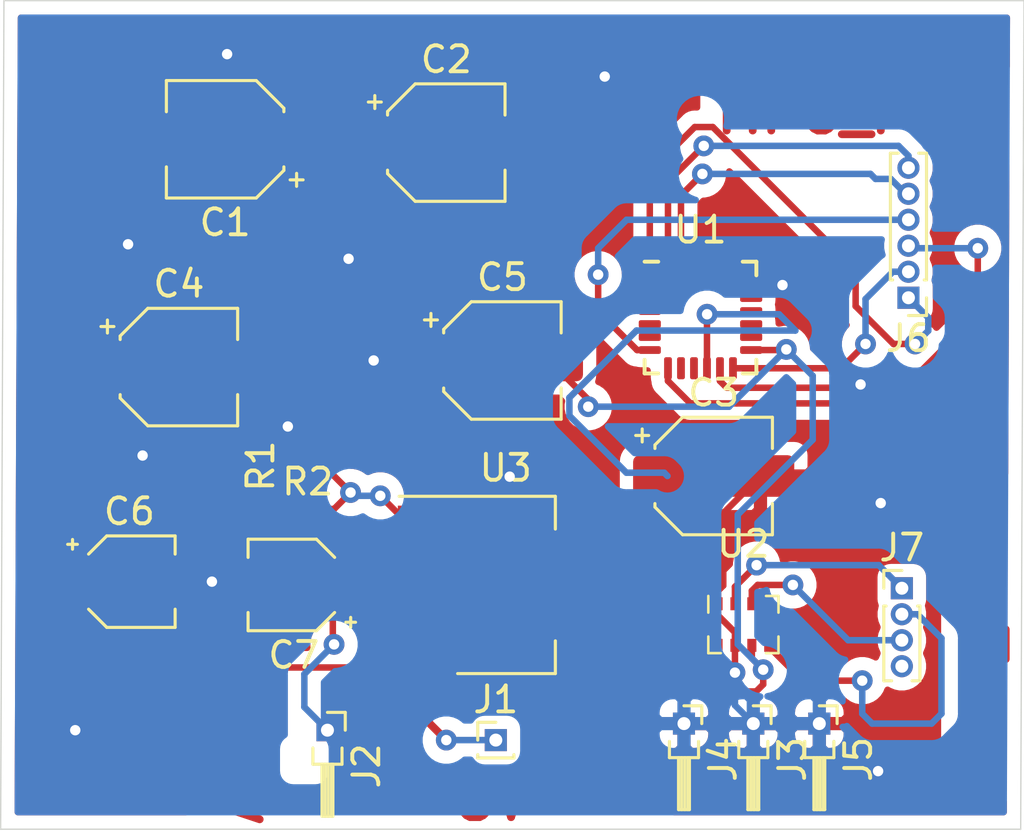
<source format=kicad_pcb>
(kicad_pcb (version 20171130) (host pcbnew "(5.1.10)-1")

  (general
    (thickness 1.6)
    (drawings 9)
    (tracks 192)
    (zones 0)
    (modules 19)
    (nets 17)
  )

  (page A4)
  (layers
    (0 F.Cu signal)
    (31 B.Cu signal)
    (32 B.Adhes user)
    (33 F.Adhes user)
    (34 B.Paste user)
    (35 F.Paste user)
    (36 B.SilkS user)
    (37 F.SilkS user)
    (38 B.Mask user)
    (39 F.Mask user)
    (40 Dwgs.User user)
    (41 Cmts.User user)
    (42 Eco1.User user)
    (43 Eco2.User user)
    (44 Edge.Cuts user)
    (45 Margin user)
    (46 B.CrtYd user)
    (47 F.CrtYd user)
    (48 B.Fab user)
    (49 F.Fab user hide)
  )

  (setup
    (last_trace_width 0.25)
    (trace_clearance 0.2)
    (zone_clearance 0.508)
    (zone_45_only no)
    (trace_min 0.2)
    (via_size 0.8)
    (via_drill 0.4)
    (via_min_size 0.4)
    (via_min_drill 0.3)
    (uvia_size 0.3)
    (uvia_drill 0.1)
    (uvias_allowed no)
    (uvia_min_size 0.2)
    (uvia_min_drill 0.1)
    (edge_width 0.05)
    (segment_width 0.2)
    (pcb_text_width 0.3)
    (pcb_text_size 1.5 1.5)
    (mod_edge_width 0.12)
    (mod_text_size 1 1)
    (mod_text_width 0.15)
    (pad_size 1.524 1.524)
    (pad_drill 0.762)
    (pad_to_mask_clearance 0)
    (aux_axis_origin 0 0)
    (visible_elements 7FFFFFFF)
    (pcbplotparams
      (layerselection 0x010fc_ffffffff)
      (usegerberextensions false)
      (usegerberattributes true)
      (usegerberadvancedattributes true)
      (creategerberjobfile true)
      (excludeedgelayer true)
      (linewidth 0.100000)
      (plotframeref false)
      (viasonmask false)
      (mode 1)
      (useauxorigin false)
      (hpglpennumber 1)
      (hpglpenspeed 20)
      (hpglpendiameter 15.000000)
      (psnegative false)
      (psa4output false)
      (plotreference true)
      (plotvalue true)
      (plotinvisibletext false)
      (padsonsilk false)
      (subtractmaskfromsilk false)
      (outputformat 1)
      (mirror false)
      (drillshape 1)
      (scaleselection 1)
      (outputdirectory ""))
  )

  (net 0 "")
  (net 1 GND)
  (net 2 "Net-(C3-Pad1)")
  (net 3 "Net-(C6-Pad1)")
  (net 4 /M_SDA)
  (net 5 /M_SCL)
  (net 6 /M_AUX_SDA)
  (net 7 /M_AUX_SCL)
  (net 8 /M_INT)
  (net 9 /M_CLKINP)
  (net 10 /B_CSB)
  (net 11 /B_SDI)
  (net 12 /B_SDO)
  (net 13 "Net-(R1-Pad1)")
  (net 14 "Net-(U1-Pad20)")
  (net 15 /B_SCK)
  (net 16 /3.3vinp)

  (net_class Default "This is the default net class."
    (clearance 0.2)
    (trace_width 0.25)
    (via_dia 0.8)
    (via_drill 0.4)
    (uvia_dia 0.3)
    (uvia_drill 0.1)
    (add_net /3.3vinp)
    (add_net /B_CSB)
    (add_net /B_SCK)
    (add_net /B_SDI)
    (add_net /B_SDO)
    (add_net /M_AUX_SCL)
    (add_net /M_AUX_SDA)
    (add_net /M_CLKINP)
    (add_net /M_INT)
    (add_net /M_SCL)
    (add_net /M_SDA)
    (add_net GND)
    (add_net "Net-(C3-Pad1)")
    (add_net "Net-(C6-Pad1)")
    (add_net "Net-(R1-Pad1)")
    (add_net "Net-(U1-Pad20)")
  )

  (module Connector_PinHeader_1.00mm:PinHeader_1x01_P1.00mm_Horizontal (layer F.Cu) (tedit 59FED737) (tstamp 60EB190C)
    (at 167.132 119.38 270)
    (descr "Through hole angled pin header, 1x01, 1.00mm pitch, 2.0mm pin length, single row")
    (tags "Through hole angled pin header THT 1x01 1.00mm single row")
    (path /60F350CF)
    (fp_text reference J2 (at 1.375 -1.5 90) (layer F.SilkS)
      (effects (font (size 1 1) (thickness 0.15)))
    )
    (fp_text value 3.3v_inp (at 1.375 1.5 90) (layer F.Fab)
      (effects (font (size 1 1) (thickness 0.15)))
    )
    (fp_line (start 3.75 -1) (end -1 -1) (layer F.CrtYd) (width 0.05))
    (fp_line (start 3.75 1) (end 3.75 -1) (layer F.CrtYd) (width 0.05))
    (fp_line (start -1 1) (end 3.75 1) (layer F.CrtYd) (width 0.05))
    (fp_line (start -1 -1) (end -1 1) (layer F.CrtYd) (width 0.05))
    (fp_line (start -0.685 -0.685) (end 0 -0.685) (layer F.SilkS) (width 0.12))
    (fp_line (start -0.685 0) (end -0.685 -0.685) (layer F.SilkS) (width 0.12))
    (fp_line (start 1.31 0.09) (end 3.31 0.09) (layer F.SilkS) (width 0.12))
    (fp_line (start 1.31 -0.03) (end 3.31 -0.03) (layer F.SilkS) (width 0.12))
    (fp_line (start 1.31 -0.15) (end 3.31 -0.15) (layer F.SilkS) (width 0.12))
    (fp_line (start 3.31 0.21) (end 1.31 0.21) (layer F.SilkS) (width 0.12))
    (fp_line (start 3.31 -0.21) (end 3.31 0.21) (layer F.SilkS) (width 0.12))
    (fp_line (start 1.31 -0.21) (end 3.31 -0.21) (layer F.SilkS) (width 0.12))
    (fp_line (start 1.31 0.56) (end 0.685 0.56) (layer F.SilkS) (width 0.12))
    (fp_line (start 1.31 -0.56) (end 1.31 0.56) (layer F.SilkS) (width 0.12))
    (fp_line (start 0.685 -0.56) (end 1.31 -0.56) (layer F.SilkS) (width 0.12))
    (fp_line (start 1.25 0.15) (end 3.25 0.15) (layer F.Fab) (width 0.1))
    (fp_line (start 3.25 -0.15) (end 3.25 0.15) (layer F.Fab) (width 0.1))
    (fp_line (start 1.25 -0.15) (end 3.25 -0.15) (layer F.Fab) (width 0.1))
    (fp_line (start -0.15 0.15) (end 0.25 0.15) (layer F.Fab) (width 0.1))
    (fp_line (start -0.15 -0.15) (end -0.15 0.15) (layer F.Fab) (width 0.1))
    (fp_line (start -0.15 -0.15) (end 0.25 -0.15) (layer F.Fab) (width 0.1))
    (fp_line (start 0.25 -0.25) (end 0.5 -0.5) (layer F.Fab) (width 0.1))
    (fp_line (start 0.25 0.5) (end 0.25 -0.25) (layer F.Fab) (width 0.1))
    (fp_line (start 1.25 0.5) (end 0.25 0.5) (layer F.Fab) (width 0.1))
    (fp_line (start 1.25 -0.5) (end 1.25 0.5) (layer F.Fab) (width 0.1))
    (fp_line (start 0.5 -0.5) (end 1.25 -0.5) (layer F.Fab) (width 0.1))
    (fp_text user %R (at 0.75 0) (layer F.Fab)
      (effects (font (size 0.6 0.6) (thickness 0.09)))
    )
    (pad 1 thru_hole rect (at 0 0 270) (size 0.85 0.85) (drill 0.5) (layers *.Cu *.Mask)
      (net 16 /3.3vinp))
    (model ${KISYS3DMOD}/Connector_PinHeader_1.00mm.3dshapes/PinHeader_1x01_P1.00mm_Horizontal.wrl
      (at (xyz 0 0 0))
      (scale (xyz 1 1 1))
      (rotate (xyz 0 0 0))
    )
  )

  (module Package_TO_SOT_SMD:SOT-223-3_TabPin2 (layer F.Cu) (tedit 5A02FF57) (tstamp 60EAD5CA)
    (at 173.99 113.792)
    (descr "module CMS SOT223 4 pins")
    (tags "CMS SOT")
    (path /60EB22E8)
    (attr smd)
    (fp_text reference U3 (at 0 -4.5) (layer F.SilkS)
      (effects (font (size 1 1) (thickness 0.15)))
    )
    (fp_text value LM317_3PinPackage (at 0 4.5) (layer F.Fab)
      (effects (font (size 1 1) (thickness 0.15)))
    )
    (fp_line (start 1.85 -3.35) (end 1.85 3.35) (layer F.Fab) (width 0.1))
    (fp_line (start -1.85 3.35) (end 1.85 3.35) (layer F.Fab) (width 0.1))
    (fp_line (start -4.1 -3.41) (end 1.91 -3.41) (layer F.SilkS) (width 0.12))
    (fp_line (start -0.85 -3.35) (end 1.85 -3.35) (layer F.Fab) (width 0.1))
    (fp_line (start -1.85 3.41) (end 1.91 3.41) (layer F.SilkS) (width 0.12))
    (fp_line (start -1.85 -2.35) (end -1.85 3.35) (layer F.Fab) (width 0.1))
    (fp_line (start -1.85 -2.35) (end -0.85 -3.35) (layer F.Fab) (width 0.1))
    (fp_line (start -4.4 -3.6) (end -4.4 3.6) (layer F.CrtYd) (width 0.05))
    (fp_line (start -4.4 3.6) (end 4.4 3.6) (layer F.CrtYd) (width 0.05))
    (fp_line (start 4.4 3.6) (end 4.4 -3.6) (layer F.CrtYd) (width 0.05))
    (fp_line (start 4.4 -3.6) (end -4.4 -3.6) (layer F.CrtYd) (width 0.05))
    (fp_line (start 1.91 -3.41) (end 1.91 -2.15) (layer F.SilkS) (width 0.12))
    (fp_line (start 1.91 3.41) (end 1.91 2.15) (layer F.SilkS) (width 0.12))
    (fp_text user %R (at 0 0 90) (layer F.Fab)
      (effects (font (size 0.8 0.8) (thickness 0.12)))
    )
    (pad 1 smd rect (at -3.15 -2.3) (size 2 1.5) (layers F.Cu F.Paste F.Mask)
      (net 13 "Net-(R1-Pad1)"))
    (pad 3 smd rect (at -3.15 2.3) (size 2 1.5) (layers F.Cu F.Paste F.Mask)
      (net 3 "Net-(C6-Pad1)"))
    (pad 2 smd rect (at -3.15 0) (size 2 1.5) (layers F.Cu F.Paste F.Mask)
      (net 16 /3.3vinp))
    (pad 2 smd rect (at 3.15 0) (size 2 3.8) (layers F.Cu F.Paste F.Mask)
      (net 16 /3.3vinp))
    (model ${KISYS3DMOD}/Package_TO_SOT_SMD.3dshapes/SOT-223.wrl
      (at (xyz 0 0 0))
      (scale (xyz 1 1 1))
      (rotate (xyz 0 0 0))
    )
  )

  (module Package_LGA:Bosch_LGA-8_2x2.5mm_P0.65mm_ClockwisePinNumbering (layer F.Cu) (tedit 5A2F92D2) (tstamp 60EAE073)
    (at 183.134 115.316)
    (descr "LGA-8, https://ae-bst.resource.bosch.com/media/_tech/media/datasheets/BST-BMP280-DS001-18.pdf")
    (tags "lga land grid array")
    (path /60EA7B33)
    (attr smd)
    (fp_text reference U2 (at 0 -3.1) (layer F.SilkS)
      (effects (font (size 1 1) (thickness 0.15)))
    )
    (fp_text value BMP280 (at 0 3.1) (layer F.Fab)
      (effects (font (size 1 1) (thickness 0.15)))
    )
    (fp_line (start -1.35 -0.46) (end -1.35 -1.1) (layer F.SilkS) (width 0.1))
    (fp_line (start 0.87 -1.1) (end 1.35 -1.1) (layer F.SilkS) (width 0.1))
    (fp_line (start 1.35 -0.46) (end 1.35 -1.1) (layer F.SilkS) (width 0.1))
    (fp_line (start -1.35 1.1) (end -1.35 0.46) (layer F.SilkS) (width 0.1))
    (fp_line (start 1.35 1.1) (end 1.35 0.46) (layer F.SilkS) (width 0.1))
    (fp_line (start 0.87 1.1) (end 1.35 1.1) (layer F.SilkS) (width 0.1))
    (fp_line (start -1.25 1) (end -1.25 -0.75) (layer F.Fab) (width 0.1))
    (fp_line (start -1 -1) (end -1.25 -0.75) (layer F.Fab) (width 0.1))
    (fp_line (start 1.25 -1) (end -1 -1) (layer F.Fab) (width 0.1))
    (fp_line (start 1.25 -1) (end 1.25 1) (layer F.Fab) (width 0.1))
    (fp_line (start -1.25 1) (end 1.25 1) (layer F.Fab) (width 0.1))
    (fp_line (start -1.55 1.3) (end -1.55 -1.3) (layer F.CrtYd) (width 0.05))
    (fp_line (start 1.55 1.3) (end -1.55 1.3) (layer F.CrtYd) (width 0.05))
    (fp_line (start 1.55 -1.3) (end 1.55 1.3) (layer F.CrtYd) (width 0.05))
    (fp_line (start -1.55 -1.3) (end 1.55 -1.3) (layer F.CrtYd) (width 0.05))
    (fp_line (start -1.35 1.1) (end -0.87 1.1) (layer F.SilkS) (width 0.1))
    (fp_text user %R (at 0 0) (layer F.Fab)
      (effects (font (size 0.5 0.5) (thickness 0.075)))
    )
    (pad 8 smd rect (at -0.975 0.8 90) (size 0.5 0.35) (layers F.Cu F.Paste F.Mask)
      (net 16 /3.3vinp))
    (pad 2 smd rect (at -0.325 -0.8 90) (size 0.5 0.35) (layers F.Cu F.Paste F.Mask)
      (net 10 /B_CSB))
    (pad 3 smd rect (at 0.325 -0.8 90) (size 0.5 0.35) (layers F.Cu F.Paste F.Mask)
      (net 11 /B_SDI))
    (pad 4 smd rect (at 0.975 -0.8 90) (size 0.5 0.35) (layers F.Cu F.Paste F.Mask)
      (net 15 /B_SCK))
    (pad 7 smd rect (at -0.325 0.8 90) (size 0.5 0.35) (layers F.Cu F.Paste F.Mask)
      (net 1 GND))
    (pad 6 smd rect (at 0.325 0.8 90) (size 0.5 0.35) (layers F.Cu F.Paste F.Mask)
      (net 16 /3.3vinp))
    (pad 5 smd rect (at 0.975 0.8 90) (size 0.5 0.35) (layers F.Cu F.Paste F.Mask)
      (net 12 /B_SDO))
    (pad 1 smd rect (at -0.975 -0.8 90) (size 0.5 0.35) (layers F.Cu F.Paste F.Mask)
      (net 1 GND))
    (model ${KISYS3DMOD}/Package_LGA.3dshapes/Bosch_LGA-8_2x2.5mm_P0.65mm_ClockwisePinNumbering.wrl
      (at (xyz 0 0 0))
      (scale (xyz 1 1 1))
      (rotate (xyz 0 0 0))
    )
  )

  (module Sensor_Motion:InvenSense_QFN-24_4x4mm_P0.5mm (layer F.Cu) (tedit 5B5A6D8E) (tstamp 60EAD597)
    (at 181.483 103.505)
    (descr "24-Lead Plastic QFN (4mm x 4mm); Pitch 0.5mm; EP 2.7x2.6mm; for InvenSense motion sensors; keepout area marked (Package see: https://store.invensense.com/datasheets/invensense/MPU-6050_DataSheet_V3%204.pdf; See also https://www.invensense.com/wp-content/uploads/2015/02/InvenSense-MEMS-Handling.pdf)")
    (tags "QFN 0.5")
    (path /60EA05D6)
    (attr smd)
    (fp_text reference U1 (at 0 -3.375) (layer F.SilkS)
      (effects (font (size 1 1) (thickness 0.15)))
    )
    (fp_text value MPU-6050 (at 0 3.375) (layer F.Fab)
      (effects (font (size 1 1) (thickness 0.15)))
    )
    (fp_line (start -0.975 -1.325) (end -1.375 -0.925) (layer Dwgs.User) (width 0.05))
    (fp_line (start -0.475 -1.325) (end -1.375 -0.425) (layer Dwgs.User) (width 0.05))
    (fp_line (start 0.025 -1.325) (end -1.375 0.075) (layer Dwgs.User) (width 0.05))
    (fp_line (start 0.525 -1.325) (end -1.375 0.575) (layer Dwgs.User) (width 0.05))
    (fp_line (start 1.025 -1.325) (end -1.375 1.075) (layer Dwgs.User) (width 0.05))
    (fp_line (start 1.375 -1.175) (end -1.125 1.325) (layer Dwgs.User) (width 0.05))
    (fp_line (start 1.375 -0.675) (end -0.625 1.325) (layer Dwgs.User) (width 0.05))
    (fp_line (start 1.375 -0.175) (end -0.125 1.325) (layer Dwgs.User) (width 0.05))
    (fp_line (start 1.375 0.325) (end 0.375 1.325) (layer Dwgs.User) (width 0.05))
    (fp_line (start 1.375 0.825) (end 0.875 1.325) (layer Dwgs.User) (width 0.05))
    (fp_line (start 1.375 1.325) (end -1.375 1.325) (layer Dwgs.User) (width 0.05))
    (fp_line (start 1.375 -1.325) (end -1.375 -1.325) (layer Dwgs.User) (width 0.05))
    (fp_line (start -1.375 1.325) (end -1.375 -1.325) (layer Dwgs.User) (width 0.05))
    (fp_line (start 1.375 1.325) (end 1.375 -1.325) (layer Dwgs.User) (width 0.05))
    (fp_line (start 2.15 -2.15) (end 1.625 -2.15) (layer F.SilkS) (width 0.15))
    (fp_line (start 2.15 2.15) (end 1.625 2.15) (layer F.SilkS) (width 0.15))
    (fp_line (start -2.15 2.15) (end -1.625 2.15) (layer F.SilkS) (width 0.15))
    (fp_line (start -2.15 -2.15) (end -1.625 -2.15) (layer F.SilkS) (width 0.15))
    (fp_line (start 2.15 2.15) (end 2.15 1.625) (layer F.SilkS) (width 0.15))
    (fp_line (start -2.15 2.15) (end -2.15 1.625) (layer F.SilkS) (width 0.15))
    (fp_line (start 2.15 -2.15) (end 2.15 -1.625) (layer F.SilkS) (width 0.15))
    (fp_line (start -2.65 2.65) (end 2.65 2.65) (layer F.CrtYd) (width 0.05))
    (fp_line (start -2.65 -2.65) (end 2.65 -2.65) (layer F.CrtYd) (width 0.05))
    (fp_line (start 2.65 -2.65) (end 2.65 2.65) (layer F.CrtYd) (width 0.05))
    (fp_line (start -2.65 -2.65) (end -2.65 2.65) (layer F.CrtYd) (width 0.05))
    (fp_line (start -2 -1) (end -1 -2) (layer F.Fab) (width 0.15))
    (fp_line (start -2 2) (end -2 -1) (layer F.Fab) (width 0.15))
    (fp_line (start 2 2) (end -2 2) (layer F.Fab) (width 0.15))
    (fp_line (start 2 -2) (end 2 2) (layer F.Fab) (width 0.15))
    (fp_line (start -1 -2) (end 2 -2) (layer F.Fab) (width 0.15))
    (fp_text user Component (at 0 0.55) (layer Cmts.User)
      (effects (font (size 0.2 0.2) (thickness 0.04)))
    )
    (fp_text user "Directly Below" (at 0 0.25) (layer Cmts.User)
      (effects (font (size 0.2 0.2) (thickness 0.04)))
    )
    (fp_text user "No Copper" (at 0 -0.1) (layer Cmts.User)
      (effects (font (size 0.2 0.2) (thickness 0.04)))
    )
    (fp_text user KEEPOUT (at 0 -0.5) (layer Cmts.User)
      (effects (font (size 0.2 0.2) (thickness 0.04)))
    )
    (fp_text user %R (at 0 0) (layer F.Fab)
      (effects (font (size 1 1) (thickness 0.15)))
    )
    (pad 24 smd roundrect (at -1.25 -1.95 90) (size 0.85 0.3) (layers F.Cu F.Paste F.Mask) (roundrect_rratio 0.25)
      (net 4 /M_SDA))
    (pad 23 smd roundrect (at -0.75 -1.95 90) (size 0.85 0.3) (layers F.Cu F.Paste F.Mask) (roundrect_rratio 0.25)
      (net 5 /M_SCL))
    (pad 22 smd roundrect (at -0.25 -1.95 90) (size 0.85 0.3) (layers F.Cu F.Paste F.Mask) (roundrect_rratio 0.25))
    (pad 21 smd roundrect (at 0.25 -1.95 90) (size 0.85 0.3) (layers F.Cu F.Paste F.Mask) (roundrect_rratio 0.25))
    (pad 20 smd roundrect (at 0.75 -1.95 90) (size 0.85 0.3) (layers F.Cu F.Paste F.Mask) (roundrect_rratio 0.25)
      (net 14 "Net-(U1-Pad20)"))
    (pad 19 smd roundrect (at 1.25 -1.95 90) (size 0.85 0.3) (layers F.Cu F.Paste F.Mask) (roundrect_rratio 0.25))
    (pad 18 smd roundrect (at 1.95 -1.25) (size 0.85 0.3) (layers F.Cu F.Paste F.Mask) (roundrect_rratio 0.25)
      (net 1 GND))
    (pad 17 smd roundrect (at 1.95 -0.75) (size 0.85 0.3) (layers F.Cu F.Paste F.Mask) (roundrect_rratio 0.25))
    (pad 16 smd roundrect (at 1.95 -0.25) (size 0.85 0.3) (layers F.Cu F.Paste F.Mask) (roundrect_rratio 0.25))
    (pad 15 smd roundrect (at 1.95 0.25) (size 0.85 0.3) (layers F.Cu F.Paste F.Mask) (roundrect_rratio 0.25))
    (pad 14 smd roundrect (at 1.95 0.75) (size 0.85 0.3) (layers F.Cu F.Paste F.Mask) (roundrect_rratio 0.25))
    (pad 13 smd roundrect (at 1.95 1.25) (size 0.85 0.3) (layers F.Cu F.Paste F.Mask) (roundrect_rratio 0.25)
      (net 16 /3.3vinp))
    (pad 12 smd roundrect (at 1.25 1.95 90) (size 0.85 0.3) (layers F.Cu F.Paste F.Mask) (roundrect_rratio 0.25)
      (net 8 /M_INT))
    (pad 11 smd roundrect (at 0.75 1.95 90) (size 0.85 0.3) (layers F.Cu F.Paste F.Mask) (roundrect_rratio 0.25)
      (net 1 GND))
    (pad 10 smd roundrect (at 0.25 1.95 90) (size 0.85 0.3) (layers F.Cu F.Paste F.Mask) (roundrect_rratio 0.25)
      (net 2 "Net-(C3-Pad1)"))
    (pad 9 smd roundrect (at -0.25 1.95 90) (size 0.85 0.3) (layers F.Cu F.Paste F.Mask) (roundrect_rratio 0.25)
      (net 1 GND))
    (pad 8 smd roundrect (at -0.75 1.95 90) (size 0.85 0.3) (layers F.Cu F.Paste F.Mask) (roundrect_rratio 0.25)
      (net 16 /3.3vinp))
    (pad 7 smd roundrect (at -1.25 1.95 90) (size 0.85 0.3) (layers F.Cu F.Paste F.Mask) (roundrect_rratio 0.25)
      (net 7 /M_AUX_SCL))
    (pad 6 smd roundrect (at -1.95 1.25) (size 0.85 0.3) (layers F.Cu F.Paste F.Mask) (roundrect_rratio 0.25)
      (net 6 /M_AUX_SDA))
    (pad 5 smd roundrect (at -1.95 0.75) (size 0.85 0.3) (layers F.Cu F.Paste F.Mask) (roundrect_rratio 0.25))
    (pad 4 smd roundrect (at -1.95 0.25) (size 0.85 0.3) (layers F.Cu F.Paste F.Mask) (roundrect_rratio 0.25))
    (pad 3 smd roundrect (at -1.95 -0.25) (size 0.85 0.3) (layers F.Cu F.Paste F.Mask) (roundrect_rratio 0.25))
    (pad 2 smd roundrect (at -1.95 -0.75) (size 0.85 0.3) (layers F.Cu F.Paste F.Mask) (roundrect_rratio 0.25))
    (pad 1 smd roundrect (at -1.95 -1.25) (size 0.85 0.3) (layers F.Cu F.Paste F.Mask) (roundrect_rratio 0.25)
      (net 9 /M_CLKINP))
    (model ${KISYS3DMOD}/Package_DFN_QFN.3dshapes/QFN-24-1EP_4x4mm_P0.5mm_EP2.7x2.6mm.wrl
      (at (xyz 0 0 0))
      (scale (xyz 1 1 1))
      (rotate (xyz 0 0 0))
    )
  )

  (module Resistor_SMD:R_0201_0603Metric (layer F.Cu) (tedit 5F68FEEE) (tstamp 60EAD558)
    (at 166.37 110.871)
    (descr "Resistor SMD 0201 (0603 Metric), square (rectangular) end terminal, IPC_7351 nominal, (Body size source: https://www.vishay.com/docs/20052/crcw0201e3.pdf), generated with kicad-footprint-generator")
    (tags resistor)
    (path /60EB3EDF)
    (attr smd)
    (fp_text reference R2 (at 0 -1.05) (layer F.SilkS)
      (effects (font (size 1 1) (thickness 0.15)))
    )
    (fp_text value 240 (at 0 1.05) (layer F.Fab)
      (effects (font (size 1 1) (thickness 0.15)))
    )
    (fp_line (start 0.7 0.35) (end -0.7 0.35) (layer F.CrtYd) (width 0.05))
    (fp_line (start 0.7 -0.35) (end 0.7 0.35) (layer F.CrtYd) (width 0.05))
    (fp_line (start -0.7 -0.35) (end 0.7 -0.35) (layer F.CrtYd) (width 0.05))
    (fp_line (start -0.7 0.35) (end -0.7 -0.35) (layer F.CrtYd) (width 0.05))
    (fp_line (start 0.3 0.15) (end -0.3 0.15) (layer F.Fab) (width 0.1))
    (fp_line (start 0.3 -0.15) (end 0.3 0.15) (layer F.Fab) (width 0.1))
    (fp_line (start -0.3 -0.15) (end 0.3 -0.15) (layer F.Fab) (width 0.1))
    (fp_line (start -0.3 0.15) (end -0.3 -0.15) (layer F.Fab) (width 0.1))
    (fp_text user %R (at 0 -0.68) (layer F.Fab)
      (effects (font (size 0.25 0.25) (thickness 0.04)))
    )
    (pad 2 smd roundrect (at 0.32 0) (size 0.46 0.4) (layers F.Cu F.Mask) (roundrect_rratio 0.25)
      (net 13 "Net-(R1-Pad1)"))
    (pad 1 smd roundrect (at -0.32 0) (size 0.46 0.4) (layers F.Cu F.Mask) (roundrect_rratio 0.25)
      (net 16 /3.3vinp))
    (pad "" smd roundrect (at 0.345 0) (size 0.318 0.36) (layers F.Paste) (roundrect_rratio 0.25))
    (pad "" smd roundrect (at -0.345 0) (size 0.318 0.36) (layers F.Paste) (roundrect_rratio 0.25))
    (model ${KISYS3DMOD}/Resistor_SMD.3dshapes/R_0201_0603Metric.wrl
      (at (xyz 0 0 0))
      (scale (xyz 1 1 1))
      (rotate (xyz 0 0 0))
    )
  )

  (module Resistor_SMD:R_0201_0603Metric (layer F.Cu) (tedit 5F68FEEE) (tstamp 60EAD547)
    (at 165.608 109.22 90)
    (descr "Resistor SMD 0201 (0603 Metric), square (rectangular) end terminal, IPC_7351 nominal, (Body size source: https://www.vishay.com/docs/20052/crcw0201e3.pdf), generated with kicad-footprint-generator")
    (tags resistor)
    (path /60EB3CC8)
    (attr smd)
    (fp_text reference R1 (at 0 -1.05 270) (layer F.SilkS)
      (effects (font (size 1 1) (thickness 0.15)))
    )
    (fp_text value 390 (at 0 1.05 90) (layer F.Fab)
      (effects (font (size 1 1) (thickness 0.15)))
    )
    (fp_line (start 0.7 0.35) (end -0.7 0.35) (layer F.CrtYd) (width 0.05))
    (fp_line (start 0.7 -0.35) (end 0.7 0.35) (layer F.CrtYd) (width 0.05))
    (fp_line (start -0.7 -0.35) (end 0.7 -0.35) (layer F.CrtYd) (width 0.05))
    (fp_line (start -0.7 0.35) (end -0.7 -0.35) (layer F.CrtYd) (width 0.05))
    (fp_line (start 0.3 0.15) (end -0.3 0.15) (layer F.Fab) (width 0.1))
    (fp_line (start 0.3 -0.15) (end 0.3 0.15) (layer F.Fab) (width 0.1))
    (fp_line (start -0.3 -0.15) (end 0.3 -0.15) (layer F.Fab) (width 0.1))
    (fp_line (start -0.3 0.15) (end -0.3 -0.15) (layer F.Fab) (width 0.1))
    (fp_text user %R (at 0 -0.68 90) (layer F.Fab)
      (effects (font (size 0.25 0.25) (thickness 0.04)))
    )
    (pad 2 smd roundrect (at 0.32 0 90) (size 0.46 0.4) (layers F.Cu F.Mask) (roundrect_rratio 0.25)
      (net 1 GND))
    (pad 1 smd roundrect (at -0.32 0 90) (size 0.46 0.4) (layers F.Cu F.Mask) (roundrect_rratio 0.25)
      (net 13 "Net-(R1-Pad1)"))
    (pad "" smd roundrect (at 0.345 0 90) (size 0.318 0.36) (layers F.Paste) (roundrect_rratio 0.25))
    (pad "" smd roundrect (at -0.345 0 90) (size 0.318 0.36) (layers F.Paste) (roundrect_rratio 0.25))
    (model ${KISYS3DMOD}/Resistor_SMD.3dshapes/R_0201_0603Metric.wrl
      (at (xyz 0 0 0))
      (scale (xyz 1 1 1))
      (rotate (xyz 0 0 0))
    )
  )

  (module Connector_PinHeader_1.00mm:PinHeader_1x04_P1.00mm_Vertical (layer F.Cu) (tedit 59FED738) (tstamp 60EAD536)
    (at 189.23 113.919)
    (descr "Through hole straight pin header, 1x04, 1.00mm pitch, single row")
    (tags "Through hole pin header THT 1x04 1.00mm single row")
    (path /60EE5C40)
    (fp_text reference J7 (at 0 -1.56) (layer F.SilkS)
      (effects (font (size 1 1) (thickness 0.15)))
    )
    (fp_text value Conn_01x04_Male (at 0 4.56) (layer F.Fab)
      (effects (font (size 1 1) (thickness 0.15)))
    )
    (fp_line (start 1.15 -1) (end -1.15 -1) (layer F.CrtYd) (width 0.05))
    (fp_line (start 1.15 4) (end 1.15 -1) (layer F.CrtYd) (width 0.05))
    (fp_line (start -1.15 4) (end 1.15 4) (layer F.CrtYd) (width 0.05))
    (fp_line (start -1.15 -1) (end -1.15 4) (layer F.CrtYd) (width 0.05))
    (fp_line (start -0.695 -0.685) (end 0 -0.685) (layer F.SilkS) (width 0.12))
    (fp_line (start -0.695 0) (end -0.695 -0.685) (layer F.SilkS) (width 0.12))
    (fp_line (start 0.608276 0.685) (end 0.695 0.685) (layer F.SilkS) (width 0.12))
    (fp_line (start -0.695 0.685) (end -0.608276 0.685) (layer F.SilkS) (width 0.12))
    (fp_line (start 0.695 0.685) (end 0.695 3.56) (layer F.SilkS) (width 0.12))
    (fp_line (start -0.695 0.685) (end -0.695 3.56) (layer F.SilkS) (width 0.12))
    (fp_line (start 0.394493 3.56) (end 0.695 3.56) (layer F.SilkS) (width 0.12))
    (fp_line (start -0.695 3.56) (end -0.394493 3.56) (layer F.SilkS) (width 0.12))
    (fp_line (start -0.635 -0.1825) (end -0.3175 -0.5) (layer F.Fab) (width 0.1))
    (fp_line (start -0.635 3.5) (end -0.635 -0.1825) (layer F.Fab) (width 0.1))
    (fp_line (start 0.635 3.5) (end -0.635 3.5) (layer F.Fab) (width 0.1))
    (fp_line (start 0.635 -0.5) (end 0.635 3.5) (layer F.Fab) (width 0.1))
    (fp_line (start -0.3175 -0.5) (end 0.635 -0.5) (layer F.Fab) (width 0.1))
    (fp_text user %R (at 0 1.5 90) (layer F.Fab)
      (effects (font (size 0.76 0.76) (thickness 0.114)))
    )
    (pad 4 thru_hole oval (at 0 3) (size 0.85 0.85) (drill 0.5) (layers *.Cu *.Mask)
      (net 10 /B_CSB))
    (pad 3 thru_hole oval (at 0 2) (size 0.85 0.85) (drill 0.5) (layers *.Cu *.Mask)
      (net 11 /B_SDI))
    (pad 2 thru_hole oval (at 0 1) (size 0.85 0.85) (drill 0.5) (layers *.Cu *.Mask)
      (net 12 /B_SDO))
    (pad 1 thru_hole rect (at 0 0) (size 0.85 0.85) (drill 0.5) (layers *.Cu *.Mask)
      (net 10 /B_CSB))
    (model ${KISYS3DMOD}/Connector_PinHeader_1.00mm.3dshapes/PinHeader_1x04_P1.00mm_Vertical.wrl
      (at (xyz 0 0 0))
      (scale (xyz 1 1 1))
      (rotate (xyz 0 0 0))
    )
  )

  (module Connector_PinHeader_1.00mm:PinHeader_1x06_P1.00mm_Vertical (layer F.Cu) (tedit 59FED738) (tstamp 60EADAC4)
    (at 189.484 102.743 180)
    (descr "Through hole straight pin header, 1x06, 1.00mm pitch, single row")
    (tags "Through hole pin header THT 1x06 1.00mm single row")
    (path /60EE3BE9)
    (fp_text reference J6 (at 0 -1.56) (layer F.SilkS)
      (effects (font (size 1 1) (thickness 0.15)))
    )
    (fp_text value Conn_01x06_Male (at 0 6.56) (layer F.Fab)
      (effects (font (size 1 1) (thickness 0.15)))
    )
    (fp_line (start 1.15 -1) (end -1.15 -1) (layer F.CrtYd) (width 0.05))
    (fp_line (start 1.15 6) (end 1.15 -1) (layer F.CrtYd) (width 0.05))
    (fp_line (start -1.15 6) (end 1.15 6) (layer F.CrtYd) (width 0.05))
    (fp_line (start -1.15 -1) (end -1.15 6) (layer F.CrtYd) (width 0.05))
    (fp_line (start -0.695 -0.685) (end 0 -0.685) (layer F.SilkS) (width 0.12))
    (fp_line (start -0.695 0) (end -0.695 -0.685) (layer F.SilkS) (width 0.12))
    (fp_line (start 0.608276 0.685) (end 0.695 0.685) (layer F.SilkS) (width 0.12))
    (fp_line (start -0.695 0.685) (end -0.608276 0.685) (layer F.SilkS) (width 0.12))
    (fp_line (start 0.695 0.685) (end 0.695 5.56) (layer F.SilkS) (width 0.12))
    (fp_line (start -0.695 0.685) (end -0.695 5.56) (layer F.SilkS) (width 0.12))
    (fp_line (start 0.394493 5.56) (end 0.695 5.56) (layer F.SilkS) (width 0.12))
    (fp_line (start -0.695 5.56) (end -0.394493 5.56) (layer F.SilkS) (width 0.12))
    (fp_line (start -0.635 -0.1825) (end -0.3175 -0.5) (layer F.Fab) (width 0.1))
    (fp_line (start -0.635 5.5) (end -0.635 -0.1825) (layer F.Fab) (width 0.1))
    (fp_line (start 0.635 5.5) (end -0.635 5.5) (layer F.Fab) (width 0.1))
    (fp_line (start 0.635 -0.5) (end 0.635 5.5) (layer F.Fab) (width 0.1))
    (fp_line (start -0.3175 -0.5) (end 0.635 -0.5) (layer F.Fab) (width 0.1))
    (fp_text user %R (at 0 2.5 90) (layer F.Fab)
      (effects (font (size 0.76 0.76) (thickness 0.114)))
    )
    (pad 6 thru_hole oval (at 0 5 180) (size 0.85 0.85) (drill 0.5) (layers *.Cu *.Mask)
      (net 4 /M_SDA))
    (pad 5 thru_hole oval (at 0 4 180) (size 0.85 0.85) (drill 0.5) (layers *.Cu *.Mask)
      (net 5 /M_SCL))
    (pad 4 thru_hole oval (at 0 3 180) (size 0.85 0.85) (drill 0.5) (layers *.Cu *.Mask)
      (net 6 /M_AUX_SDA))
    (pad 3 thru_hole oval (at 0 2 180) (size 0.85 0.85) (drill 0.5) (layers *.Cu *.Mask)
      (net 7 /M_AUX_SCL))
    (pad 2 thru_hole oval (at 0 1 180) (size 0.85 0.85) (drill 0.5) (layers *.Cu *.Mask)
      (net 8 /M_INT))
    (pad 1 thru_hole rect (at 0 0 180) (size 0.85 0.85) (drill 0.5) (layers *.Cu *.Mask)
      (net 9 /M_CLKINP))
    (model ${KISYS3DMOD}/Connector_PinHeader_1.00mm.3dshapes/PinHeader_1x06_P1.00mm_Vertical.wrl
      (at (xyz 0 0 0))
      (scale (xyz 1 1 1))
      (rotate (xyz 0 0 0))
    )
  )

  (module Connector_PinHeader_1.00mm:PinHeader_1x01_P1.00mm_Horizontal (layer F.Cu) (tedit 59FED737) (tstamp 60EAD500)
    (at 186.055 119.126 270)
    (descr "Through hole angled pin header, 1x01, 1.00mm pitch, 2.0mm pin length, single row")
    (tags "Through hole angled pin header THT 1x01 1.00mm single row")
    (path /60ED7D15)
    (fp_text reference J5 (at 1.375 -1.5 90) (layer F.SilkS)
      (effects (font (size 1 1) (thickness 0.15)))
    )
    (fp_text value GND (at 1.375 1.5 90) (layer F.Fab)
      (effects (font (size 1 1) (thickness 0.15)))
    )
    (fp_line (start 3.75 -1) (end -1 -1) (layer F.CrtYd) (width 0.05))
    (fp_line (start 3.75 1) (end 3.75 -1) (layer F.CrtYd) (width 0.05))
    (fp_line (start -1 1) (end 3.75 1) (layer F.CrtYd) (width 0.05))
    (fp_line (start -1 -1) (end -1 1) (layer F.CrtYd) (width 0.05))
    (fp_line (start -0.685 -0.685) (end 0 -0.685) (layer F.SilkS) (width 0.12))
    (fp_line (start -0.685 0) (end -0.685 -0.685) (layer F.SilkS) (width 0.12))
    (fp_line (start 1.31 0.09) (end 3.31 0.09) (layer F.SilkS) (width 0.12))
    (fp_line (start 1.31 -0.03) (end 3.31 -0.03) (layer F.SilkS) (width 0.12))
    (fp_line (start 1.31 -0.15) (end 3.31 -0.15) (layer F.SilkS) (width 0.12))
    (fp_line (start 3.31 0.21) (end 1.31 0.21) (layer F.SilkS) (width 0.12))
    (fp_line (start 3.31 -0.21) (end 3.31 0.21) (layer F.SilkS) (width 0.12))
    (fp_line (start 1.31 -0.21) (end 3.31 -0.21) (layer F.SilkS) (width 0.12))
    (fp_line (start 1.31 0.56) (end 0.685 0.56) (layer F.SilkS) (width 0.12))
    (fp_line (start 1.31 -0.56) (end 1.31 0.56) (layer F.SilkS) (width 0.12))
    (fp_line (start 0.685 -0.56) (end 1.31 -0.56) (layer F.SilkS) (width 0.12))
    (fp_line (start 1.25 0.15) (end 3.25 0.15) (layer F.Fab) (width 0.1))
    (fp_line (start 3.25 -0.15) (end 3.25 0.15) (layer F.Fab) (width 0.1))
    (fp_line (start 1.25 -0.15) (end 3.25 -0.15) (layer F.Fab) (width 0.1))
    (fp_line (start -0.15 0.15) (end 0.25 0.15) (layer F.Fab) (width 0.1))
    (fp_line (start -0.15 -0.15) (end -0.15 0.15) (layer F.Fab) (width 0.1))
    (fp_line (start -0.15 -0.15) (end 0.25 -0.15) (layer F.Fab) (width 0.1))
    (fp_line (start 0.25 -0.25) (end 0.5 -0.5) (layer F.Fab) (width 0.1))
    (fp_line (start 0.25 0.5) (end 0.25 -0.25) (layer F.Fab) (width 0.1))
    (fp_line (start 1.25 0.5) (end 0.25 0.5) (layer F.Fab) (width 0.1))
    (fp_line (start 1.25 -0.5) (end 1.25 0.5) (layer F.Fab) (width 0.1))
    (fp_line (start 0.5 -0.5) (end 1.25 -0.5) (layer F.Fab) (width 0.1))
    (fp_text user %R (at 0.75 0) (layer F.Fab)
      (effects (font (size 0.6 0.6) (thickness 0.09)))
    )
    (pad 1 thru_hole rect (at 0 0 270) (size 0.85 0.85) (drill 0.5) (layers *.Cu *.Mask)
      (net 1 GND))
    (model ${KISYS3DMOD}/Connector_PinHeader_1.00mm.3dshapes/PinHeader_1x01_P1.00mm_Horizontal.wrl
      (at (xyz 0 0 0))
      (scale (xyz 1 1 1))
      (rotate (xyz 0 0 0))
    )
  )

  (module Connector_PinHeader_1.00mm:PinHeader_1x01_P1.00mm_Horizontal (layer F.Cu) (tedit 59FED737) (tstamp 60EAD4E0)
    (at 180.848 119.126 270)
    (descr "Through hole angled pin header, 1x01, 1.00mm pitch, 2.0mm pin length, single row")
    (tags "Through hole angled pin header THT 1x01 1.00mm single row")
    (path /60ED7A37)
    (fp_text reference J4 (at 1.375 -1.5 90) (layer F.SilkS)
      (effects (font (size 1 1) (thickness 0.15)))
    )
    (fp_text value GND (at 1.375 1.5 90) (layer F.Fab)
      (effects (font (size 1 1) (thickness 0.15)))
    )
    (fp_line (start 3.75 -1) (end -1 -1) (layer F.CrtYd) (width 0.05))
    (fp_line (start 3.75 1) (end 3.75 -1) (layer F.CrtYd) (width 0.05))
    (fp_line (start -1 1) (end 3.75 1) (layer F.CrtYd) (width 0.05))
    (fp_line (start -1 -1) (end -1 1) (layer F.CrtYd) (width 0.05))
    (fp_line (start -0.685 -0.685) (end 0 -0.685) (layer F.SilkS) (width 0.12))
    (fp_line (start -0.685 0) (end -0.685 -0.685) (layer F.SilkS) (width 0.12))
    (fp_line (start 1.31 0.09) (end 3.31 0.09) (layer F.SilkS) (width 0.12))
    (fp_line (start 1.31 -0.03) (end 3.31 -0.03) (layer F.SilkS) (width 0.12))
    (fp_line (start 1.31 -0.15) (end 3.31 -0.15) (layer F.SilkS) (width 0.12))
    (fp_line (start 3.31 0.21) (end 1.31 0.21) (layer F.SilkS) (width 0.12))
    (fp_line (start 3.31 -0.21) (end 3.31 0.21) (layer F.SilkS) (width 0.12))
    (fp_line (start 1.31 -0.21) (end 3.31 -0.21) (layer F.SilkS) (width 0.12))
    (fp_line (start 1.31 0.56) (end 0.685 0.56) (layer F.SilkS) (width 0.12))
    (fp_line (start 1.31 -0.56) (end 1.31 0.56) (layer F.SilkS) (width 0.12))
    (fp_line (start 0.685 -0.56) (end 1.31 -0.56) (layer F.SilkS) (width 0.12))
    (fp_line (start 1.25 0.15) (end 3.25 0.15) (layer F.Fab) (width 0.1))
    (fp_line (start 3.25 -0.15) (end 3.25 0.15) (layer F.Fab) (width 0.1))
    (fp_line (start 1.25 -0.15) (end 3.25 -0.15) (layer F.Fab) (width 0.1))
    (fp_line (start -0.15 0.15) (end 0.25 0.15) (layer F.Fab) (width 0.1))
    (fp_line (start -0.15 -0.15) (end -0.15 0.15) (layer F.Fab) (width 0.1))
    (fp_line (start -0.15 -0.15) (end 0.25 -0.15) (layer F.Fab) (width 0.1))
    (fp_line (start 0.25 -0.25) (end 0.5 -0.5) (layer F.Fab) (width 0.1))
    (fp_line (start 0.25 0.5) (end 0.25 -0.25) (layer F.Fab) (width 0.1))
    (fp_line (start 1.25 0.5) (end 0.25 0.5) (layer F.Fab) (width 0.1))
    (fp_line (start 1.25 -0.5) (end 1.25 0.5) (layer F.Fab) (width 0.1))
    (fp_line (start 0.5 -0.5) (end 1.25 -0.5) (layer F.Fab) (width 0.1))
    (fp_text user %R (at 0.75 0) (layer F.Fab)
      (effects (font (size 0.6 0.6) (thickness 0.09)))
    )
    (pad 1 thru_hole rect (at 0 0 270) (size 0.85 0.85) (drill 0.5) (layers *.Cu *.Mask)
      (net 1 GND))
    (model ${KISYS3DMOD}/Connector_PinHeader_1.00mm.3dshapes/PinHeader_1x01_P1.00mm_Horizontal.wrl
      (at (xyz 0 0 0))
      (scale (xyz 1 1 1))
      (rotate (xyz 0 0 0))
    )
  )

  (module Connector_PinHeader_1.00mm:PinHeader_1x01_P1.00mm_Horizontal (layer F.Cu) (tedit 59FED737) (tstamp 60EADE06)
    (at 183.515 119.126 270)
    (descr "Through hole angled pin header, 1x01, 1.00mm pitch, 2.0mm pin length, single row")
    (tags "Through hole angled pin header THT 1x01 1.00mm single row")
    (path /60ED73C9)
    (fp_text reference J3 (at 1.375 -1.5 90) (layer F.SilkS)
      (effects (font (size 1 1) (thickness 0.15)))
    )
    (fp_text value GND (at 1.375 1.5 90) (layer F.Fab)
      (effects (font (size 1 1) (thickness 0.15)))
    )
    (fp_line (start 3.75 -1) (end -1 -1) (layer F.CrtYd) (width 0.05))
    (fp_line (start 3.75 1) (end 3.75 -1) (layer F.CrtYd) (width 0.05))
    (fp_line (start -1 1) (end 3.75 1) (layer F.CrtYd) (width 0.05))
    (fp_line (start -1 -1) (end -1 1) (layer F.CrtYd) (width 0.05))
    (fp_line (start -0.685 -0.685) (end 0 -0.685) (layer F.SilkS) (width 0.12))
    (fp_line (start -0.685 0) (end -0.685 -0.685) (layer F.SilkS) (width 0.12))
    (fp_line (start 1.31 0.09) (end 3.31 0.09) (layer F.SilkS) (width 0.12))
    (fp_line (start 1.31 -0.03) (end 3.31 -0.03) (layer F.SilkS) (width 0.12))
    (fp_line (start 1.31 -0.15) (end 3.31 -0.15) (layer F.SilkS) (width 0.12))
    (fp_line (start 3.31 0.21) (end 1.31 0.21) (layer F.SilkS) (width 0.12))
    (fp_line (start 3.31 -0.21) (end 3.31 0.21) (layer F.SilkS) (width 0.12))
    (fp_line (start 1.31 -0.21) (end 3.31 -0.21) (layer F.SilkS) (width 0.12))
    (fp_line (start 1.31 0.56) (end 0.685 0.56) (layer F.SilkS) (width 0.12))
    (fp_line (start 1.31 -0.56) (end 1.31 0.56) (layer F.SilkS) (width 0.12))
    (fp_line (start 0.685 -0.56) (end 1.31 -0.56) (layer F.SilkS) (width 0.12))
    (fp_line (start 1.25 0.15) (end 3.25 0.15) (layer F.Fab) (width 0.1))
    (fp_line (start 3.25 -0.15) (end 3.25 0.15) (layer F.Fab) (width 0.1))
    (fp_line (start 1.25 -0.15) (end 3.25 -0.15) (layer F.Fab) (width 0.1))
    (fp_line (start -0.15 0.15) (end 0.25 0.15) (layer F.Fab) (width 0.1))
    (fp_line (start -0.15 -0.15) (end -0.15 0.15) (layer F.Fab) (width 0.1))
    (fp_line (start -0.15 -0.15) (end 0.25 -0.15) (layer F.Fab) (width 0.1))
    (fp_line (start 0.25 -0.25) (end 0.5 -0.5) (layer F.Fab) (width 0.1))
    (fp_line (start 0.25 0.5) (end 0.25 -0.25) (layer F.Fab) (width 0.1))
    (fp_line (start 1.25 0.5) (end 0.25 0.5) (layer F.Fab) (width 0.1))
    (fp_line (start 1.25 -0.5) (end 1.25 0.5) (layer F.Fab) (width 0.1))
    (fp_line (start 0.5 -0.5) (end 1.25 -0.5) (layer F.Fab) (width 0.1))
    (fp_text user %R (at 0.75 0) (layer F.Fab)
      (effects (font (size 0.6 0.6) (thickness 0.09)))
    )
    (pad 1 thru_hole rect (at 0 0 270) (size 0.85 0.85) (drill 0.5) (layers *.Cu *.Mask)
      (net 1 GND))
    (model ${KISYS3DMOD}/Connector_PinHeader_1.00mm.3dshapes/PinHeader_1x01_P1.00mm_Horizontal.wrl
      (at (xyz 0 0 0))
      (scale (xyz 1 1 1))
      (rotate (xyz 0 0 0))
    )
  )

  (module Connector_PinHeader_1.00mm:PinHeader_1x01_P1.00mm_Vertical (layer F.Cu) (tedit 59FED738) (tstamp 60EAE300)
    (at 173.609 119.761)
    (descr "Through hole straight pin header, 1x01, 1.00mm pitch, single row")
    (tags "Through hole pin header THT 1x01 1.00mm single row")
    (path /60EB4FFD)
    (fp_text reference J1 (at 0 -1.56) (layer F.SilkS)
      (effects (font (size 1 1) (thickness 0.15)))
    )
    (fp_text value 5v_input (at 0 1.56) (layer F.Fab)
      (effects (font (size 1 1) (thickness 0.15)))
    )
    (fp_line (start 1.15 -1) (end -1.15 -1) (layer F.CrtYd) (width 0.05))
    (fp_line (start 1.15 1) (end 1.15 -1) (layer F.CrtYd) (width 0.05))
    (fp_line (start -1.15 1) (end 1.15 1) (layer F.CrtYd) (width 0.05))
    (fp_line (start -1.15 -1) (end -1.15 1) (layer F.CrtYd) (width 0.05))
    (fp_line (start -0.695 -0.685) (end 0 -0.685) (layer F.SilkS) (width 0.12))
    (fp_line (start -0.695 0) (end -0.695 -0.685) (layer F.SilkS) (width 0.12))
    (fp_line (start 0.608276 0.685) (end 0.695 0.685) (layer F.SilkS) (width 0.12))
    (fp_line (start -0.695 0.685) (end -0.608276 0.685) (layer F.SilkS) (width 0.12))
    (fp_line (start 0.695 0.685) (end 0.695 0.56) (layer F.SilkS) (width 0.12))
    (fp_line (start -0.695 0.685) (end -0.695 0.56) (layer F.SilkS) (width 0.12))
    (fp_line (start -0.695 0.685) (end 0.695 0.685) (layer F.SilkS) (width 0.12))
    (fp_line (start -0.635 -0.1825) (end -0.3175 -0.5) (layer F.Fab) (width 0.1))
    (fp_line (start -0.635 0.5) (end -0.635 -0.1825) (layer F.Fab) (width 0.1))
    (fp_line (start 0.635 0.5) (end -0.635 0.5) (layer F.Fab) (width 0.1))
    (fp_line (start 0.635 -0.5) (end 0.635 0.5) (layer F.Fab) (width 0.1))
    (fp_line (start -0.3175 -0.5) (end 0.635 -0.5) (layer F.Fab) (width 0.1))
    (fp_text user %R (at 0 0 90) (layer F.Fab)
      (effects (font (size 0.76 0.76) (thickness 0.114)))
    )
    (pad 1 thru_hole rect (at 0 0) (size 0.85 0.85) (drill 0.5) (layers *.Cu *.Mask)
      (net 3 "Net-(C6-Pad1)"))
    (model ${KISYS3DMOD}/Connector_PinHeader_1.00mm.3dshapes/PinHeader_1x01_P1.00mm_Vertical.wrl
      (at (xyz 0 0 0))
      (scale (xyz 1 1 1))
      (rotate (xyz 0 0 0))
    )
  )

  (module Capacitor_SMD:CP_Elec_3x5.3 (layer F.Cu) (tedit 5B303299) (tstamp 60EAD474)
    (at 165.838 113.792 180)
    (descr "SMT capacitor, aluminium electrolytic, 3x5.3, Cornell Dubilier Electronics ")
    (tags "Capacitor Electrolytic")
    (path /60EB361D)
    (attr smd)
    (fp_text reference C7 (at 0 -2.7) (layer F.SilkS)
      (effects (font (size 1 1) (thickness 0.15)))
    )
    (fp_text value 10u (at 0 2.7) (layer F.Fab)
      (effects (font (size 1 1) (thickness 0.15)))
    )
    (fp_line (start -2.85 1.05) (end -1.78 1.05) (layer F.CrtYd) (width 0.05))
    (fp_line (start -2.85 -1.05) (end -2.85 1.05) (layer F.CrtYd) (width 0.05))
    (fp_line (start -1.78 -1.05) (end -2.85 -1.05) (layer F.CrtYd) (width 0.05))
    (fp_line (start -1.78 -1.05) (end -0.93 -1.9) (layer F.CrtYd) (width 0.05))
    (fp_line (start -1.78 1.05) (end -0.93 1.9) (layer F.CrtYd) (width 0.05))
    (fp_line (start -0.93 -1.9) (end 1.9 -1.9) (layer F.CrtYd) (width 0.05))
    (fp_line (start -0.93 1.9) (end 1.9 1.9) (layer F.CrtYd) (width 0.05))
    (fp_line (start 1.9 1.05) (end 1.9 1.9) (layer F.CrtYd) (width 0.05))
    (fp_line (start 2.85 1.05) (end 1.9 1.05) (layer F.CrtYd) (width 0.05))
    (fp_line (start 2.85 -1.05) (end 2.85 1.05) (layer F.CrtYd) (width 0.05))
    (fp_line (start 1.9 -1.05) (end 2.85 -1.05) (layer F.CrtYd) (width 0.05))
    (fp_line (start 1.9 -1.9) (end 1.9 -1.05) (layer F.CrtYd) (width 0.05))
    (fp_line (start -2.1875 -1.6225) (end -2.1875 -1.2475) (layer F.SilkS) (width 0.12))
    (fp_line (start -2.375 -1.435) (end -2 -1.435) (layer F.SilkS) (width 0.12))
    (fp_line (start -1.570563 1.06) (end -0.870563 1.76) (layer F.SilkS) (width 0.12))
    (fp_line (start -1.570563 -1.06) (end -0.870563 -1.76) (layer F.SilkS) (width 0.12))
    (fp_line (start -0.870563 1.76) (end 1.76 1.76) (layer F.SilkS) (width 0.12))
    (fp_line (start -0.870563 -1.76) (end 1.76 -1.76) (layer F.SilkS) (width 0.12))
    (fp_line (start 1.76 -1.76) (end 1.76 -1.06) (layer F.SilkS) (width 0.12))
    (fp_line (start 1.76 1.76) (end 1.76 1.06) (layer F.SilkS) (width 0.12))
    (fp_line (start -0.960469 -0.95) (end -0.960469 -0.65) (layer F.Fab) (width 0.1))
    (fp_line (start -1.110469 -0.8) (end -0.810469 -0.8) (layer F.Fab) (width 0.1))
    (fp_line (start -1.65 0.825) (end -0.825 1.65) (layer F.Fab) (width 0.1))
    (fp_line (start -1.65 -0.825) (end -0.825 -1.65) (layer F.Fab) (width 0.1))
    (fp_line (start -1.65 -0.825) (end -1.65 0.825) (layer F.Fab) (width 0.1))
    (fp_line (start -0.825 1.65) (end 1.65 1.65) (layer F.Fab) (width 0.1))
    (fp_line (start -0.825 -1.65) (end 1.65 -1.65) (layer F.Fab) (width 0.1))
    (fp_line (start 1.65 -1.65) (end 1.65 1.65) (layer F.Fab) (width 0.1))
    (fp_circle (center 0 0) (end 1.5 0) (layer F.Fab) (width 0.1))
    (fp_text user %R (at 0 0) (layer F.Fab)
      (effects (font (size 0.6 0.6) (thickness 0.09)))
    )
    (pad 2 smd rect (at 1.5 0 180) (size 2.2 1.6) (layers F.Cu F.Paste F.Mask)
      (net 1 GND))
    (pad 1 smd rect (at -1.5 0 180) (size 2.2 1.6) (layers F.Cu F.Paste F.Mask)
      (net 16 /3.3vinp))
    (model ${KISYS3DMOD}/Capacitor_SMD.3dshapes/CP_Elec_3x5.3.wrl
      (at (xyz 0 0 0))
      (scale (xyz 1 1 1))
      (rotate (xyz 0 0 0))
    )
  )

  (module Capacitor_SMD:CP_Elec_3x5.3 (layer F.Cu) (tedit 5B303299) (tstamp 60EB0DE9)
    (at 159.512 113.665)
    (descr "SMT capacitor, aluminium electrolytic, 3x5.3, Cornell Dubilier Electronics ")
    (tags "Capacitor Electrolytic")
    (path /60EB2F65)
    (attr smd)
    (fp_text reference C6 (at 0 -2.7) (layer F.SilkS)
      (effects (font (size 1 1) (thickness 0.15)))
    )
    (fp_text value 220u (at 0 2.7) (layer F.Fab)
      (effects (font (size 1 1) (thickness 0.15)))
    )
    (fp_line (start -2.85 1.05) (end -1.78 1.05) (layer F.CrtYd) (width 0.05))
    (fp_line (start -2.85 -1.05) (end -2.85 1.05) (layer F.CrtYd) (width 0.05))
    (fp_line (start -1.78 -1.05) (end -2.85 -1.05) (layer F.CrtYd) (width 0.05))
    (fp_line (start -1.78 -1.05) (end -0.93 -1.9) (layer F.CrtYd) (width 0.05))
    (fp_line (start -1.78 1.05) (end -0.93 1.9) (layer F.CrtYd) (width 0.05))
    (fp_line (start -0.93 -1.9) (end 1.9 -1.9) (layer F.CrtYd) (width 0.05))
    (fp_line (start -0.93 1.9) (end 1.9 1.9) (layer F.CrtYd) (width 0.05))
    (fp_line (start 1.9 1.05) (end 1.9 1.9) (layer F.CrtYd) (width 0.05))
    (fp_line (start 2.85 1.05) (end 1.9 1.05) (layer F.CrtYd) (width 0.05))
    (fp_line (start 2.85 -1.05) (end 2.85 1.05) (layer F.CrtYd) (width 0.05))
    (fp_line (start 1.9 -1.05) (end 2.85 -1.05) (layer F.CrtYd) (width 0.05))
    (fp_line (start 1.9 -1.9) (end 1.9 -1.05) (layer F.CrtYd) (width 0.05))
    (fp_line (start -2.1875 -1.6225) (end -2.1875 -1.2475) (layer F.SilkS) (width 0.12))
    (fp_line (start -2.375 -1.435) (end -2 -1.435) (layer F.SilkS) (width 0.12))
    (fp_line (start -1.570563 1.06) (end -0.870563 1.76) (layer F.SilkS) (width 0.12))
    (fp_line (start -1.570563 -1.06) (end -0.870563 -1.76) (layer F.SilkS) (width 0.12))
    (fp_line (start -0.870563 1.76) (end 1.76 1.76) (layer F.SilkS) (width 0.12))
    (fp_line (start -0.870563 -1.76) (end 1.76 -1.76) (layer F.SilkS) (width 0.12))
    (fp_line (start 1.76 -1.76) (end 1.76 -1.06) (layer F.SilkS) (width 0.12))
    (fp_line (start 1.76 1.76) (end 1.76 1.06) (layer F.SilkS) (width 0.12))
    (fp_line (start -0.960469 -0.95) (end -0.960469 -0.65) (layer F.Fab) (width 0.1))
    (fp_line (start -1.110469 -0.8) (end -0.810469 -0.8) (layer F.Fab) (width 0.1))
    (fp_line (start -1.65 0.825) (end -0.825 1.65) (layer F.Fab) (width 0.1))
    (fp_line (start -1.65 -0.825) (end -0.825 -1.65) (layer F.Fab) (width 0.1))
    (fp_line (start -1.65 -0.825) (end -1.65 0.825) (layer F.Fab) (width 0.1))
    (fp_line (start -0.825 1.65) (end 1.65 1.65) (layer F.Fab) (width 0.1))
    (fp_line (start -0.825 -1.65) (end 1.65 -1.65) (layer F.Fab) (width 0.1))
    (fp_line (start 1.65 -1.65) (end 1.65 1.65) (layer F.Fab) (width 0.1))
    (fp_circle (center 0 0) (end 1.5 0) (layer F.Fab) (width 0.1))
    (fp_text user %R (at 0 0) (layer F.Fab)
      (effects (font (size 0.6 0.6) (thickness 0.09)))
    )
    (pad 2 smd rect (at 1.5 0) (size 2.2 1.6) (layers F.Cu F.Paste F.Mask)
      (net 1 GND))
    (pad 1 smd rect (at -1.5 0) (size 2.2 1.6) (layers F.Cu F.Paste F.Mask)
      (net 3 "Net-(C6-Pad1)"))
    (model ${KISYS3DMOD}/Capacitor_SMD.3dshapes/CP_Elec_3x5.3.wrl
      (at (xyz 0 0 0))
      (scale (xyz 1 1 1))
      (rotate (xyz 0 0 0))
    )
  )

  (module Capacitor_SMD:CP_Elec_4x3 (layer F.Cu) (tedit 5BCA39CF) (tstamp 60EAD42C)
    (at 173.863 105.156)
    (descr "SMD capacitor, aluminum electrolytic, Nichicon, 4.0x3mm")
    (tags "capacitor electrolytic")
    (path /60EAD94B)
    (attr smd)
    (fp_text reference C5 (at 0 -3.2) (layer F.SilkS)
      (effects (font (size 1 1) (thickness 0.15)))
    )
    (fp_text value C_Small (at 0 3.2) (layer F.Fab)
      (effects (font (size 1 1) (thickness 0.15)))
    )
    (fp_line (start -3.35 1.05) (end -2.4 1.05) (layer F.CrtYd) (width 0.05))
    (fp_line (start -3.35 -1.05) (end -3.35 1.05) (layer F.CrtYd) (width 0.05))
    (fp_line (start -2.4 -1.05) (end -3.35 -1.05) (layer F.CrtYd) (width 0.05))
    (fp_line (start -2.4 1.05) (end -2.4 1.25) (layer F.CrtYd) (width 0.05))
    (fp_line (start -2.4 -1.25) (end -2.4 -1.05) (layer F.CrtYd) (width 0.05))
    (fp_line (start -2.4 -1.25) (end -1.25 -2.4) (layer F.CrtYd) (width 0.05))
    (fp_line (start -2.4 1.25) (end -1.25 2.4) (layer F.CrtYd) (width 0.05))
    (fp_line (start -1.25 -2.4) (end 2.4 -2.4) (layer F.CrtYd) (width 0.05))
    (fp_line (start -1.25 2.4) (end 2.4 2.4) (layer F.CrtYd) (width 0.05))
    (fp_line (start 2.4 1.05) (end 2.4 2.4) (layer F.CrtYd) (width 0.05))
    (fp_line (start 3.35 1.05) (end 2.4 1.05) (layer F.CrtYd) (width 0.05))
    (fp_line (start 3.35 -1.05) (end 3.35 1.05) (layer F.CrtYd) (width 0.05))
    (fp_line (start 2.4 -1.05) (end 3.35 -1.05) (layer F.CrtYd) (width 0.05))
    (fp_line (start 2.4 -2.4) (end 2.4 -1.05) (layer F.CrtYd) (width 0.05))
    (fp_line (start -2.75 -1.81) (end -2.75 -1.31) (layer F.SilkS) (width 0.12))
    (fp_line (start -3 -1.56) (end -2.5 -1.56) (layer F.SilkS) (width 0.12))
    (fp_line (start -2.26 1.195563) (end -1.195563 2.26) (layer F.SilkS) (width 0.12))
    (fp_line (start -2.26 -1.195563) (end -1.195563 -2.26) (layer F.SilkS) (width 0.12))
    (fp_line (start -2.26 -1.195563) (end -2.26 -1.06) (layer F.SilkS) (width 0.12))
    (fp_line (start -2.26 1.195563) (end -2.26 1.06) (layer F.SilkS) (width 0.12))
    (fp_line (start -1.195563 2.26) (end 2.26 2.26) (layer F.SilkS) (width 0.12))
    (fp_line (start -1.195563 -2.26) (end 2.26 -2.26) (layer F.SilkS) (width 0.12))
    (fp_line (start 2.26 -2.26) (end 2.26 -1.06) (layer F.SilkS) (width 0.12))
    (fp_line (start 2.26 2.26) (end 2.26 1.06) (layer F.SilkS) (width 0.12))
    (fp_line (start -1.374773 -1.2) (end -1.374773 -0.8) (layer F.Fab) (width 0.1))
    (fp_line (start -1.574773 -1) (end -1.174773 -1) (layer F.Fab) (width 0.1))
    (fp_line (start -2.15 1.15) (end -1.15 2.15) (layer F.Fab) (width 0.1))
    (fp_line (start -2.15 -1.15) (end -1.15 -2.15) (layer F.Fab) (width 0.1))
    (fp_line (start -2.15 -1.15) (end -2.15 1.15) (layer F.Fab) (width 0.1))
    (fp_line (start -1.15 2.15) (end 2.15 2.15) (layer F.Fab) (width 0.1))
    (fp_line (start -1.15 -2.15) (end 2.15 -2.15) (layer F.Fab) (width 0.1))
    (fp_line (start 2.15 -2.15) (end 2.15 2.15) (layer F.Fab) (width 0.1))
    (fp_circle (center 0 0) (end 2 0) (layer F.Fab) (width 0.1))
    (fp_text user %R (at 0 0) (layer F.Fab)
      (effects (font (size 0.8 0.8) (thickness 0.12)))
    )
    (pad 2 smd roundrect (at 1.8 0) (size 2.6 1.6) (layers F.Cu F.Paste F.Mask) (roundrect_rratio 0.15625)
      (net 16 /3.3vinp))
    (pad 1 smd roundrect (at -1.8 0) (size 2.6 1.6) (layers F.Cu F.Paste F.Mask) (roundrect_rratio 0.15625)
      (net 1 GND))
    (model ${KISYS3DMOD}/Capacitor_SMD.3dshapes/CP_Elec_4x3.wrl
      (at (xyz 0 0 0))
      (scale (xyz 1 1 1))
      (rotate (xyz 0 0 0))
    )
  )

  (module Capacitor_SMD:CP_Elec_4x3 (layer F.Cu) (tedit 5BCA39CF) (tstamp 60EAD404)
    (at 161.417 105.41)
    (descr "SMD capacitor, aluminum electrolytic, Nichicon, 4.0x3mm")
    (tags "capacitor electrolytic")
    (path /60EACA7A)
    (attr smd)
    (fp_text reference C4 (at 0 -3.2) (layer F.SilkS)
      (effects (font (size 1 1) (thickness 0.15)))
    )
    (fp_text value C_Small (at 0 3.2) (layer F.Fab)
      (effects (font (size 1 1) (thickness 0.15)))
    )
    (fp_line (start -3.35 1.05) (end -2.4 1.05) (layer F.CrtYd) (width 0.05))
    (fp_line (start -3.35 -1.05) (end -3.35 1.05) (layer F.CrtYd) (width 0.05))
    (fp_line (start -2.4 -1.05) (end -3.35 -1.05) (layer F.CrtYd) (width 0.05))
    (fp_line (start -2.4 1.05) (end -2.4 1.25) (layer F.CrtYd) (width 0.05))
    (fp_line (start -2.4 -1.25) (end -2.4 -1.05) (layer F.CrtYd) (width 0.05))
    (fp_line (start -2.4 -1.25) (end -1.25 -2.4) (layer F.CrtYd) (width 0.05))
    (fp_line (start -2.4 1.25) (end -1.25 2.4) (layer F.CrtYd) (width 0.05))
    (fp_line (start -1.25 -2.4) (end 2.4 -2.4) (layer F.CrtYd) (width 0.05))
    (fp_line (start -1.25 2.4) (end 2.4 2.4) (layer F.CrtYd) (width 0.05))
    (fp_line (start 2.4 1.05) (end 2.4 2.4) (layer F.CrtYd) (width 0.05))
    (fp_line (start 3.35 1.05) (end 2.4 1.05) (layer F.CrtYd) (width 0.05))
    (fp_line (start 3.35 -1.05) (end 3.35 1.05) (layer F.CrtYd) (width 0.05))
    (fp_line (start 2.4 -1.05) (end 3.35 -1.05) (layer F.CrtYd) (width 0.05))
    (fp_line (start 2.4 -2.4) (end 2.4 -1.05) (layer F.CrtYd) (width 0.05))
    (fp_line (start -2.75 -1.81) (end -2.75 -1.31) (layer F.SilkS) (width 0.12))
    (fp_line (start -3 -1.56) (end -2.5 -1.56) (layer F.SilkS) (width 0.12))
    (fp_line (start -2.26 1.195563) (end -1.195563 2.26) (layer F.SilkS) (width 0.12))
    (fp_line (start -2.26 -1.195563) (end -1.195563 -2.26) (layer F.SilkS) (width 0.12))
    (fp_line (start -2.26 -1.195563) (end -2.26 -1.06) (layer F.SilkS) (width 0.12))
    (fp_line (start -2.26 1.195563) (end -2.26 1.06) (layer F.SilkS) (width 0.12))
    (fp_line (start -1.195563 2.26) (end 2.26 2.26) (layer F.SilkS) (width 0.12))
    (fp_line (start -1.195563 -2.26) (end 2.26 -2.26) (layer F.SilkS) (width 0.12))
    (fp_line (start 2.26 -2.26) (end 2.26 -1.06) (layer F.SilkS) (width 0.12))
    (fp_line (start 2.26 2.26) (end 2.26 1.06) (layer F.SilkS) (width 0.12))
    (fp_line (start -1.374773 -1.2) (end -1.374773 -0.8) (layer F.Fab) (width 0.1))
    (fp_line (start -1.574773 -1) (end -1.174773 -1) (layer F.Fab) (width 0.1))
    (fp_line (start -2.15 1.15) (end -1.15 2.15) (layer F.Fab) (width 0.1))
    (fp_line (start -2.15 -1.15) (end -1.15 -2.15) (layer F.Fab) (width 0.1))
    (fp_line (start -2.15 -1.15) (end -2.15 1.15) (layer F.Fab) (width 0.1))
    (fp_line (start -1.15 2.15) (end 2.15 2.15) (layer F.Fab) (width 0.1))
    (fp_line (start -1.15 -2.15) (end 2.15 -2.15) (layer F.Fab) (width 0.1))
    (fp_line (start 2.15 -2.15) (end 2.15 2.15) (layer F.Fab) (width 0.1))
    (fp_circle (center 0 0) (end 2 0) (layer F.Fab) (width 0.1))
    (fp_text user %R (at 0 0) (layer F.Fab)
      (effects (font (size 0.8 0.8) (thickness 0.12)))
    )
    (pad 2 smd roundrect (at 1.8 0) (size 2.6 1.6) (layers F.Cu F.Paste F.Mask) (roundrect_rratio 0.15625)
      (net 16 /3.3vinp))
    (pad 1 smd roundrect (at -1.8 0) (size 2.6 1.6) (layers F.Cu F.Paste F.Mask) (roundrect_rratio 0.15625)
      (net 1 GND))
    (model ${KISYS3DMOD}/Capacitor_SMD.3dshapes/CP_Elec_4x3.wrl
      (at (xyz 0 0 0))
      (scale (xyz 1 1 1))
      (rotate (xyz 0 0 0))
    )
  )

  (module Capacitor_SMD:CP_Elec_4x3 (layer F.Cu) (tedit 5BCA39CF) (tstamp 60EAD3DC)
    (at 181.991 109.601)
    (descr "SMD capacitor, aluminum electrolytic, Nichicon, 4.0x3mm")
    (tags "capacitor electrolytic")
    (path /60EA5BB3)
    (attr smd)
    (fp_text reference C3 (at 0 -3.2) (layer F.SilkS)
      (effects (font (size 1 1) (thickness 0.15)))
    )
    (fp_text value C_Small (at 0 3.2) (layer F.Fab)
      (effects (font (size 1 1) (thickness 0.15)))
    )
    (fp_line (start -3.35 1.05) (end -2.4 1.05) (layer F.CrtYd) (width 0.05))
    (fp_line (start -3.35 -1.05) (end -3.35 1.05) (layer F.CrtYd) (width 0.05))
    (fp_line (start -2.4 -1.05) (end -3.35 -1.05) (layer F.CrtYd) (width 0.05))
    (fp_line (start -2.4 1.05) (end -2.4 1.25) (layer F.CrtYd) (width 0.05))
    (fp_line (start -2.4 -1.25) (end -2.4 -1.05) (layer F.CrtYd) (width 0.05))
    (fp_line (start -2.4 -1.25) (end -1.25 -2.4) (layer F.CrtYd) (width 0.05))
    (fp_line (start -2.4 1.25) (end -1.25 2.4) (layer F.CrtYd) (width 0.05))
    (fp_line (start -1.25 -2.4) (end 2.4 -2.4) (layer F.CrtYd) (width 0.05))
    (fp_line (start -1.25 2.4) (end 2.4 2.4) (layer F.CrtYd) (width 0.05))
    (fp_line (start 2.4 1.05) (end 2.4 2.4) (layer F.CrtYd) (width 0.05))
    (fp_line (start 3.35 1.05) (end 2.4 1.05) (layer F.CrtYd) (width 0.05))
    (fp_line (start 3.35 -1.05) (end 3.35 1.05) (layer F.CrtYd) (width 0.05))
    (fp_line (start 2.4 -1.05) (end 3.35 -1.05) (layer F.CrtYd) (width 0.05))
    (fp_line (start 2.4 -2.4) (end 2.4 -1.05) (layer F.CrtYd) (width 0.05))
    (fp_line (start -2.75 -1.81) (end -2.75 -1.31) (layer F.SilkS) (width 0.12))
    (fp_line (start -3 -1.56) (end -2.5 -1.56) (layer F.SilkS) (width 0.12))
    (fp_line (start -2.26 1.195563) (end -1.195563 2.26) (layer F.SilkS) (width 0.12))
    (fp_line (start -2.26 -1.195563) (end -1.195563 -2.26) (layer F.SilkS) (width 0.12))
    (fp_line (start -2.26 -1.195563) (end -2.26 -1.06) (layer F.SilkS) (width 0.12))
    (fp_line (start -2.26 1.195563) (end -2.26 1.06) (layer F.SilkS) (width 0.12))
    (fp_line (start -1.195563 2.26) (end 2.26 2.26) (layer F.SilkS) (width 0.12))
    (fp_line (start -1.195563 -2.26) (end 2.26 -2.26) (layer F.SilkS) (width 0.12))
    (fp_line (start 2.26 -2.26) (end 2.26 -1.06) (layer F.SilkS) (width 0.12))
    (fp_line (start 2.26 2.26) (end 2.26 1.06) (layer F.SilkS) (width 0.12))
    (fp_line (start -1.374773 -1.2) (end -1.374773 -0.8) (layer F.Fab) (width 0.1))
    (fp_line (start -1.574773 -1) (end -1.174773 -1) (layer F.Fab) (width 0.1))
    (fp_line (start -2.15 1.15) (end -1.15 2.15) (layer F.Fab) (width 0.1))
    (fp_line (start -2.15 -1.15) (end -1.15 -2.15) (layer F.Fab) (width 0.1))
    (fp_line (start -2.15 -1.15) (end -2.15 1.15) (layer F.Fab) (width 0.1))
    (fp_line (start -1.15 2.15) (end 2.15 2.15) (layer F.Fab) (width 0.1))
    (fp_line (start -1.15 -2.15) (end 2.15 -2.15) (layer F.Fab) (width 0.1))
    (fp_line (start 2.15 -2.15) (end 2.15 2.15) (layer F.Fab) (width 0.1))
    (fp_circle (center 0 0) (end 2 0) (layer F.Fab) (width 0.1))
    (fp_text user %R (at 0 0) (layer F.Fab)
      (effects (font (size 0.8 0.8) (thickness 0.12)))
    )
    (pad 2 smd roundrect (at 1.8 0) (size 2.6 1.6) (layers F.Cu F.Paste F.Mask) (roundrect_rratio 0.15625)
      (net 1 GND))
    (pad 1 smd roundrect (at -1.8 0) (size 2.6 1.6) (layers F.Cu F.Paste F.Mask) (roundrect_rratio 0.15625)
      (net 2 "Net-(C3-Pad1)"))
    (model ${KISYS3DMOD}/Capacitor_SMD.3dshapes/CP_Elec_4x3.wrl
      (at (xyz 0 0 0))
      (scale (xyz 1 1 1))
      (rotate (xyz 0 0 0))
    )
  )

  (module Capacitor_SMD:CP_Elec_4x3 (layer F.Cu) (tedit 5BCA39CF) (tstamp 60EAD3B4)
    (at 171.704 96.774)
    (descr "SMD capacitor, aluminum electrolytic, Nichicon, 4.0x3mm")
    (tags "capacitor electrolytic")
    (path /60EA3B9B)
    (attr smd)
    (fp_text reference C2 (at 0 -3.2) (layer F.SilkS)
      (effects (font (size 1 1) (thickness 0.15)))
    )
    (fp_text value C_Small (at 0 3.2) (layer F.Fab)
      (effects (font (size 1 1) (thickness 0.15)))
    )
    (fp_line (start -3.35 1.05) (end -2.4 1.05) (layer F.CrtYd) (width 0.05))
    (fp_line (start -3.35 -1.05) (end -3.35 1.05) (layer F.CrtYd) (width 0.05))
    (fp_line (start -2.4 -1.05) (end -3.35 -1.05) (layer F.CrtYd) (width 0.05))
    (fp_line (start -2.4 1.05) (end -2.4 1.25) (layer F.CrtYd) (width 0.05))
    (fp_line (start -2.4 -1.25) (end -2.4 -1.05) (layer F.CrtYd) (width 0.05))
    (fp_line (start -2.4 -1.25) (end -1.25 -2.4) (layer F.CrtYd) (width 0.05))
    (fp_line (start -2.4 1.25) (end -1.25 2.4) (layer F.CrtYd) (width 0.05))
    (fp_line (start -1.25 -2.4) (end 2.4 -2.4) (layer F.CrtYd) (width 0.05))
    (fp_line (start -1.25 2.4) (end 2.4 2.4) (layer F.CrtYd) (width 0.05))
    (fp_line (start 2.4 1.05) (end 2.4 2.4) (layer F.CrtYd) (width 0.05))
    (fp_line (start 3.35 1.05) (end 2.4 1.05) (layer F.CrtYd) (width 0.05))
    (fp_line (start 3.35 -1.05) (end 3.35 1.05) (layer F.CrtYd) (width 0.05))
    (fp_line (start 2.4 -1.05) (end 3.35 -1.05) (layer F.CrtYd) (width 0.05))
    (fp_line (start 2.4 -2.4) (end 2.4 -1.05) (layer F.CrtYd) (width 0.05))
    (fp_line (start -2.75 -1.81) (end -2.75 -1.31) (layer F.SilkS) (width 0.12))
    (fp_line (start -3 -1.56) (end -2.5 -1.56) (layer F.SilkS) (width 0.12))
    (fp_line (start -2.26 1.195563) (end -1.195563 2.26) (layer F.SilkS) (width 0.12))
    (fp_line (start -2.26 -1.195563) (end -1.195563 -2.26) (layer F.SilkS) (width 0.12))
    (fp_line (start -2.26 -1.195563) (end -2.26 -1.06) (layer F.SilkS) (width 0.12))
    (fp_line (start -2.26 1.195563) (end -2.26 1.06) (layer F.SilkS) (width 0.12))
    (fp_line (start -1.195563 2.26) (end 2.26 2.26) (layer F.SilkS) (width 0.12))
    (fp_line (start -1.195563 -2.26) (end 2.26 -2.26) (layer F.SilkS) (width 0.12))
    (fp_line (start 2.26 -2.26) (end 2.26 -1.06) (layer F.SilkS) (width 0.12))
    (fp_line (start 2.26 2.26) (end 2.26 1.06) (layer F.SilkS) (width 0.12))
    (fp_line (start -1.374773 -1.2) (end -1.374773 -0.8) (layer F.Fab) (width 0.1))
    (fp_line (start -1.574773 -1) (end -1.174773 -1) (layer F.Fab) (width 0.1))
    (fp_line (start -2.15 1.15) (end -1.15 2.15) (layer F.Fab) (width 0.1))
    (fp_line (start -2.15 -1.15) (end -1.15 -2.15) (layer F.Fab) (width 0.1))
    (fp_line (start -2.15 -1.15) (end -2.15 1.15) (layer F.Fab) (width 0.1))
    (fp_line (start -1.15 2.15) (end 2.15 2.15) (layer F.Fab) (width 0.1))
    (fp_line (start -1.15 -2.15) (end 2.15 -2.15) (layer F.Fab) (width 0.1))
    (fp_line (start 2.15 -2.15) (end 2.15 2.15) (layer F.Fab) (width 0.1))
    (fp_circle (center 0 0) (end 2 0) (layer F.Fab) (width 0.1))
    (fp_text user %R (at 0 0) (layer F.Fab)
      (effects (font (size 0.8 0.8) (thickness 0.12)))
    )
    (pad 2 smd roundrect (at 1.8 0) (size 2.6 1.6) (layers F.Cu F.Paste F.Mask) (roundrect_rratio 0.15625)
      (net 1 GND))
    (pad 1 smd roundrect (at -1.8 0) (size 2.6 1.6) (layers F.Cu F.Paste F.Mask) (roundrect_rratio 0.15625)
      (net 16 /3.3vinp))
    (model ${KISYS3DMOD}/Capacitor_SMD.3dshapes/CP_Elec_4x3.wrl
      (at (xyz 0 0 0))
      (scale (xyz 1 1 1))
      (rotate (xyz 0 0 0))
    )
  )

  (module Capacitor_SMD:CP_Elec_4x3 (layer F.Cu) (tedit 5BCA39CF) (tstamp 60EAD38C)
    (at 163.195 96.647 180)
    (descr "SMD capacitor, aluminum electrolytic, Nichicon, 4.0x3mm")
    (tags "capacitor electrolytic")
    (path /60EA397B)
    (attr smd)
    (fp_text reference C1 (at 0 -3.2) (layer F.SilkS)
      (effects (font (size 1 1) (thickness 0.15)))
    )
    (fp_text value C_Small (at 0 3.2) (layer F.Fab)
      (effects (font (size 1 1) (thickness 0.15)))
    )
    (fp_line (start -3.35 1.05) (end -2.4 1.05) (layer F.CrtYd) (width 0.05))
    (fp_line (start -3.35 -1.05) (end -3.35 1.05) (layer F.CrtYd) (width 0.05))
    (fp_line (start -2.4 -1.05) (end -3.35 -1.05) (layer F.CrtYd) (width 0.05))
    (fp_line (start -2.4 1.05) (end -2.4 1.25) (layer F.CrtYd) (width 0.05))
    (fp_line (start -2.4 -1.25) (end -2.4 -1.05) (layer F.CrtYd) (width 0.05))
    (fp_line (start -2.4 -1.25) (end -1.25 -2.4) (layer F.CrtYd) (width 0.05))
    (fp_line (start -2.4 1.25) (end -1.25 2.4) (layer F.CrtYd) (width 0.05))
    (fp_line (start -1.25 -2.4) (end 2.4 -2.4) (layer F.CrtYd) (width 0.05))
    (fp_line (start -1.25 2.4) (end 2.4 2.4) (layer F.CrtYd) (width 0.05))
    (fp_line (start 2.4 1.05) (end 2.4 2.4) (layer F.CrtYd) (width 0.05))
    (fp_line (start 3.35 1.05) (end 2.4 1.05) (layer F.CrtYd) (width 0.05))
    (fp_line (start 3.35 -1.05) (end 3.35 1.05) (layer F.CrtYd) (width 0.05))
    (fp_line (start 2.4 -1.05) (end 3.35 -1.05) (layer F.CrtYd) (width 0.05))
    (fp_line (start 2.4 -2.4) (end 2.4 -1.05) (layer F.CrtYd) (width 0.05))
    (fp_line (start -2.75 -1.81) (end -2.75 -1.31) (layer F.SilkS) (width 0.12))
    (fp_line (start -3 -1.56) (end -2.5 -1.56) (layer F.SilkS) (width 0.12))
    (fp_line (start -2.26 1.195563) (end -1.195563 2.26) (layer F.SilkS) (width 0.12))
    (fp_line (start -2.26 -1.195563) (end -1.195563 -2.26) (layer F.SilkS) (width 0.12))
    (fp_line (start -2.26 -1.195563) (end -2.26 -1.06) (layer F.SilkS) (width 0.12))
    (fp_line (start -2.26 1.195563) (end -2.26 1.06) (layer F.SilkS) (width 0.12))
    (fp_line (start -1.195563 2.26) (end 2.26 2.26) (layer F.SilkS) (width 0.12))
    (fp_line (start -1.195563 -2.26) (end 2.26 -2.26) (layer F.SilkS) (width 0.12))
    (fp_line (start 2.26 -2.26) (end 2.26 -1.06) (layer F.SilkS) (width 0.12))
    (fp_line (start 2.26 2.26) (end 2.26 1.06) (layer F.SilkS) (width 0.12))
    (fp_line (start -1.374773 -1.2) (end -1.374773 -0.8) (layer F.Fab) (width 0.1))
    (fp_line (start -1.574773 -1) (end -1.174773 -1) (layer F.Fab) (width 0.1))
    (fp_line (start -2.15 1.15) (end -1.15 2.15) (layer F.Fab) (width 0.1))
    (fp_line (start -2.15 -1.15) (end -1.15 -2.15) (layer F.Fab) (width 0.1))
    (fp_line (start -2.15 -1.15) (end -2.15 1.15) (layer F.Fab) (width 0.1))
    (fp_line (start -1.15 2.15) (end 2.15 2.15) (layer F.Fab) (width 0.1))
    (fp_line (start -1.15 -2.15) (end 2.15 -2.15) (layer F.Fab) (width 0.1))
    (fp_line (start 2.15 -2.15) (end 2.15 2.15) (layer F.Fab) (width 0.1))
    (fp_circle (center 0 0) (end 2 0) (layer F.Fab) (width 0.1))
    (fp_text user %R (at 0 0) (layer F.Fab)
      (effects (font (size 0.8 0.8) (thickness 0.12)))
    )
    (pad 2 smd roundrect (at 1.8 0 180) (size 2.6 1.6) (layers F.Cu F.Paste F.Mask) (roundrect_rratio 0.15625)
      (net 1 GND))
    (pad 1 smd roundrect (at -1.8 0 180) (size 2.6 1.6) (layers F.Cu F.Paste F.Mask) (roundrect_rratio 0.15625)
      (net 16 /3.3vinp))
    (model ${KISYS3DMOD}/Capacitor_SMD.3dshapes/CP_Elec_4x3.wrl
      (at (xyz 0 0 0))
      (scale (xyz 1 1 1))
      (rotate (xyz 0 0 0))
    )
  )

  (gr_text GND (at 178.689 120.396 270) (layer F.Cu)
    (effects (font (size 1.5 1.5) (thickness 0.3)))
  )
  (gr_text 5V (at 173.482 122.047) (layer F.Cu)
    (effects (font (size 1.5 1.5) (thickness 0.3)))
  )
  (gr_text 3.3V (at 163.703 120.523 270) (layer F.Cu)
    (effects (font (size 1.5 1.5) (thickness 0.3)))
  )
  (gr_text "MPU_PINS\n" (at 187.706 95.631) (layer F.Cu)
    (effects (font (size 1.5 1.5) (thickness 0.3)))
  )
  (gr_text "BMP_PINS\n" (at 192.405 115.824 90) (layer F.Cu)
    (effects (font (size 1.5 1.5) (thickness 0.3)))
  )
  (gr_line (start 154.686 91.313) (end 193.929 91.313) (layer Edge.Cuts) (width 0.05) (tstamp 60EAF472))
  (gr_line (start 154.559 123.19) (end 154.686 91.313) (layer Edge.Cuts) (width 0.05))
  (gr_line (start 193.802 123.19) (end 154.559 123.19) (layer Edge.Cuts) (width 0.05))
  (gr_line (start 193.929 91.313) (end 193.802 123.19) (layer Edge.Cuts) (width 0.05))

  (segment (start 173.504 103.715) (end 172.063 105.156) (width 0.25) (layer F.Cu) (net 1))
  (segment (start 173.504 96.774) (end 173.504 103.715) (width 0.25) (layer F.Cu) (net 1))
  (segment (start 161.395 103.632) (end 159.617 105.41) (width 0.25) (layer F.Cu) (net 1))
  (segment (start 161.395 96.647) (end 161.395 103.632) (width 0.25) (layer F.Cu) (net 1))
  (segment (start 159.617 105.41) (end 159.617 107.674) (width 0.25) (layer F.Cu) (net 1))
  (segment (start 159.617 107.674) (end 160.02 108.077) (width 0.25) (layer F.Cu) (net 1))
  (segment (start 160.02 112.673) (end 161.012 113.665) (width 0.25) (layer F.Cu) (net 1))
  (segment (start 160.02 108.077) (end 160.02 108.8136) (width 0.25) (layer F.Cu) (net 1))
  (segment (start 165.416942 108.9) (end 165.608 108.9) (width 0.25) (layer F.Cu) (net 1))
  (segment (start 164.338 109.978942) (end 165.416942 108.9) (width 0.25) (layer F.Cu) (net 1))
  (segment (start 164.338 113.792) (end 164.338 109.978942) (width 0.25) (layer F.Cu) (net 1))
  (segment (start 182.35899 111.03301) (end 183.791 109.601) (width 0.25) (layer F.Cu) (net 1))
  (segment (start 182.35899 113.81601) (end 182.35899 111.03301) (width 0.25) (layer F.Cu) (net 1))
  (segment (start 182.159 114.016) (end 182.35899 113.81601) (width 0.25) (layer F.Cu) (net 1))
  (segment (start 182.159 114.516) (end 182.159 114.016) (width 0.25) (layer F.Cu) (net 1))
  (segment (start 182.809 116.116) (end 182.809 117.165) (width 0.25) (layer F.Cu) (net 1))
  (via (at 182.809 117.165) (size 0.8) (drill 0.4) (layers F.Cu B.Cu) (net 1))
  (segment (start 182.809 118.42) (end 183.515 119.126) (width 0.25) (layer B.Cu) (net 1))
  (segment (start 182.809 117.165) (end 182.809 118.42) (width 0.25) (layer B.Cu) (net 1))
  (segment (start 165.608 108.9) (end 165.608 107.696) (width 0.25) (layer F.Cu) (net 1))
  (via (at 165.608 107.696) (size 0.8) (drill 0.4) (layers F.Cu B.Cu) (net 1))
  (segment (start 164.211 113.665) (end 164.338 113.792) (width 0.25) (layer F.Cu) (net 1))
  (segment (start 161.012 113.665) (end 162.687 113.665) (width 0.25) (layer F.Cu) (net 1))
  (segment (start 162.687 113.665) (end 164.211 113.665) (width 0.25) (layer F.Cu) (net 1) (tstamp 60EB0D14))
  (via (at 162.687 113.665) (size 0.8) (drill 0.4) (layers F.Cu B.Cu) (net 1))
  (segment (start 183.433 102.255) (end 184.638 102.255) (width 0.25) (layer F.Cu) (net 1))
  (via (at 184.638 102.255) (size 0.8) (drill 0.4) (layers F.Cu B.Cu) (net 1))
  (segment (start 172.063 105.156) (end 168.91 105.156) (width 0.25) (layer F.Cu) (net 1))
  (via (at 168.91 105.156) (size 0.8) (drill 0.4) (layers F.Cu B.Cu) (net 1))
  (via (at 187.642473 106.079375) (size 0.8) (drill 0.4) (layers F.Cu B.Cu) (net 1))
  (segment (start 187.516838 106.20501) (end 187.642473 106.079375) (width 0.25) (layer F.Cu) (net 1))
  (segment (start 182.492308 106.20501) (end 187.516838 106.20501) (width 0.25) (layer F.Cu) (net 1))
  (segment (start 182.233 105.945702) (end 182.492308 106.20501) (width 0.25) (layer F.Cu) (net 1))
  (segment (start 182.233 105.455) (end 182.233 105.945702) (width 0.25) (layer F.Cu) (net 1))
  (segment (start 182.809 115.616) (end 182.809 116.116) (width 0.25) (layer F.Cu) (net 1))
  (segment (start 182.159 114.966) (end 182.809 115.616) (width 0.25) (layer F.Cu) (net 1))
  (segment (start 182.159 114.516) (end 182.159 114.966) (width 0.25) (layer F.Cu) (net 1))
  (via (at 167.9448 101.2444) (size 0.8) (drill 0.4) (layers F.Cu B.Cu) (net 1))
  (via (at 159.4612 100.6856) (size 0.8) (drill 0.4) (layers F.Cu B.Cu) (net 1))
  (via (at 188.4172 110.6424) (size 0.8) (drill 0.4) (layers F.Cu B.Cu) (net 1))
  (via (at 188.3156 120.9548) (size 0.8) (drill 0.4) (layers F.Cu B.Cu) (net 1))
  (via (at 174.1424 109.6264) (size 0.8) (drill 0.4) (layers F.Cu B.Cu) (net 1))
  (segment (start 160.02 108.8136) (end 160.02 112.673) (width 0.25) (layer F.Cu) (net 1) (tstamp 60FE5DF5))
  (via (at 160.02 108.8136) (size 0.8) (drill 0.4) (layers F.Cu B.Cu) (net 1))
  (via (at 157.4292 119.38) (size 0.8) (drill 0.4) (layers F.Cu B.Cu) (net 1))
  (via (at 177.8 94.234) (size 0.8) (drill 0.4) (layers F.Cu B.Cu) (net 1))
  (via (at 163.2712 93.3704) (size 0.8) (drill 0.4) (layers F.Cu B.Cu) (net 1))
  (via (at 181.737 103.378) (size 0.8) (drill 0.4) (layers F.Cu B.Cu) (net 2))
  (segment (start 181.733 103.382) (end 181.737 103.378) (width 0.25) (layer F.Cu) (net 2))
  (segment (start 181.733 105.455) (end 181.733 103.382) (width 0.25) (layer F.Cu) (net 2))
  (segment (start 176.439999 106.585999) (end 176.439999 107.282001) (width 0.25) (layer B.Cu) (net 2))
  (segment (start 176.439999 107.282001) (end 178.631998 109.474) (width 0.25) (layer B.Cu) (net 2))
  (segment (start 179.020999 104.004999) (end 176.439999 106.585999) (width 0.25) (layer B.Cu) (net 2))
  (segment (start 185.133001 104.004999) (end 179.020999 104.004999) (width 0.25) (layer B.Cu) (net 2))
  (segment (start 184.506002 103.378) (end 185.133001 104.004999) (width 0.25) (layer B.Cu) (net 2))
  (segment (start 181.737 103.378) (end 184.506002 103.378) (width 0.25) (layer B.Cu) (net 2))
  (segment (start 178.631998 109.474) (end 180.086 109.474) (width 0.25) (layer B.Cu) (net 2))
  (segment (start 180.086 109.474) (end 180.213 109.601) (width 0.25) (layer B.Cu) (net 2))
  (segment (start 158.012 113.665) (end 158.012 114.197) (width 0.25) (layer F.Cu) (net 3))
  (segment (start 158.012 114.197) (end 160.782 116.967) (width 0.25) (layer F.Cu) (net 3))
  (segment (start 169.965 116.967) (end 170.84 116.092) (width 0.25) (layer F.Cu) (net 3))
  (segment (start 160.782 116.967) (end 169.965 116.967) (width 0.25) (layer F.Cu) (net 3))
  (via (at 171.704 119.761) (size 0.8) (drill 0.4) (layers F.Cu B.Cu) (net 3))
  (segment (start 173.609 119.761) (end 171.704 119.761) (width 0.25) (layer B.Cu) (net 3))
  (segment (start 171.704 119.761) (end 171.069 119.126) (width 0.3) (layer F.Cu) (net 3))
  (segment (start 171.069 116.321) (end 170.84 116.092) (width 0.25) (layer F.Cu) (net 3))
  (segment (start 171.069 119.126) (end 171.069 116.321) (width 0.25) (layer F.Cu) (net 3))
  (via (at 181.61 96.901) (size 0.8) (drill 0.4) (layers F.Cu B.Cu) (net 4))
  (segment (start 180.233 98.278) (end 181.61 96.901) (width 0.25) (layer F.Cu) (net 4))
  (segment (start 180.233 101.555) (end 180.233 98.278) (width 0.25) (layer F.Cu) (net 4))
  (segment (start 181.61 96.901) (end 189.103 96.901) (width 0.25) (layer B.Cu) (net 4))
  (segment (start 189.484 97.282) (end 189.484 97.743) (width 0.25) (layer B.Cu) (net 4))
  (segment (start 189.103 96.901) (end 189.484 97.282) (width 0.25) (layer B.Cu) (net 4))
  (via (at 181.556966 97.979339) (size 0.8) (drill 0.4) (layers F.Cu B.Cu) (net 5))
  (segment (start 180.733 98.803305) (end 181.556966 97.979339) (width 0.25) (layer F.Cu) (net 5))
  (segment (start 180.733 101.555) (end 180.733 98.803305) (width 0.25) (layer F.Cu) (net 5))
  (segment (start 181.556966 97.979339) (end 188.024661 97.979339) (width 0.25) (layer B.Cu) (net 5))
  (segment (start 189.373998 98.743) (end 189.484 98.743) (width 0.25) (layer B.Cu) (net 5))
  (segment (start 188.801998 98.171) (end 189.373998 98.743) (width 0.25) (layer B.Cu) (net 5))
  (segment (start 188.216322 98.171) (end 188.801998 98.171) (width 0.25) (layer B.Cu) (net 5))
  (segment (start 188.024661 97.979339) (end 188.216322 98.171) (width 0.25) (layer B.Cu) (net 5))
  (via (at 177.546 101.854) (size 0.8) (drill 0.4) (layers F.Cu B.Cu) (net 6))
  (segment (start 177.546 103.258702) (end 177.546 101.854) (width 0.25) (layer F.Cu) (net 6))
  (segment (start 179.042298 104.755) (end 177.546 103.258702) (width 0.25) (layer F.Cu) (net 6))
  (segment (start 179.533 104.755) (end 179.042298 104.755) (width 0.25) (layer F.Cu) (net 6))
  (segment (start 177.546 101.854) (end 177.546 100.838) (width 0.25) (layer B.Cu) (net 6))
  (segment (start 178.641 99.743) (end 189.484 99.743) (width 0.25) (layer B.Cu) (net 6))
  (segment (start 177.546 100.838) (end 178.641 99.743) (width 0.25) (layer B.Cu) (net 6))
  (segment (start 180.233 105.945702) (end 181.094298 106.807) (width 0.25) (layer F.Cu) (net 7))
  (segment (start 180.233 105.455) (end 180.233 105.945702) (width 0.25) (layer F.Cu) (net 7))
  (segment (start 181.094298 106.807) (end 182.88 106.807) (width 0.25) (layer F.Cu) (net 7))
  (segment (start 182.88 106.807) (end 188.722 106.807) (width 0.25) (layer F.Cu) (net 7))
  (segment (start 188.722 106.807) (end 192.151 103.378) (width 0.25) (layer F.Cu) (net 7))
  (via (at 192.151 100.838) (size 0.8) (drill 0.4) (layers F.Cu B.Cu) (net 7))
  (segment (start 192.151 103.378) (end 192.151 100.838) (width 0.25) (layer F.Cu) (net 7))
  (segment (start 189.579 100.838) (end 189.484 100.743) (width 0.25) (layer B.Cu) (net 7))
  (segment (start 192.151 100.838) (end 189.579 100.838) (width 0.25) (layer B.Cu) (net 7))
  (via (at 187.833 104.521) (size 0.8) (drill 0.4) (layers F.Cu B.Cu) (net 8))
  (segment (start 186.899 105.455) (end 187.833 104.521) (width 0.25) (layer F.Cu) (net 8))
  (segment (start 182.733 105.455) (end 186.899 105.455) (width 0.25) (layer F.Cu) (net 8))
  (segment (start 188.88296 101.743) (end 189.484 101.743) (width 0.25) (layer B.Cu) (net 8))
  (segment (start 187.833 102.79296) (end 188.88296 101.743) (width 0.25) (layer B.Cu) (net 8))
  (segment (start 187.833 104.521) (end 187.833 102.79296) (width 0.25) (layer B.Cu) (net 8))
  (segment (start 181.958001 96.175999) (end 187.452 101.669998) (width 0.25) (layer F.Cu) (net 9))
  (segment (start 179.533 102.255) (end 179.533 97.904998) (width 0.25) (layer F.Cu) (net 9))
  (segment (start 187.452 103.066998) (end 188.906002 104.521) (width 0.25) (layer F.Cu) (net 9))
  (segment (start 187.452 101.669998) (end 187.452 103.066998) (width 0.25) (layer F.Cu) (net 9))
  (segment (start 188.906002 104.521) (end 189.738 104.521) (width 0.25) (layer F.Cu) (net 9))
  (via (at 189.738 104.521) (size 0.8) (drill 0.4) (layers F.Cu B.Cu) (net 9))
  (segment (start 189.738 104.521) (end 190.246 104.013) (width 0.25) (layer B.Cu) (net 9))
  (segment (start 190.246 103.505) (end 189.484 102.743) (width 0.25) (layer B.Cu) (net 9))
  (segment (start 190.246 104.013) (end 190.246 103.505) (width 0.25) (layer B.Cu) (net 9))
  (segment (start 181.261999 96.175999) (end 181.958001 96.175999) (width 0.25) (layer F.Cu) (net 9))
  (segment (start 179.533 97.904998) (end 181.261999 96.175999) (width 0.25) (layer F.Cu) (net 9))
  (segment (start 182.809 114.516) (end 182.809 113.863) (width 0.25) (layer F.Cu) (net 10))
  (segment (start 182.809 113.863) (end 183.642 113.03) (width 0.25) (layer F.Cu) (net 10))
  (via (at 183.642 113.03) (size 0.8) (drill 0.4) (layers F.Cu B.Cu) (net 10))
  (segment (start 188.341 113.03) (end 189.23 113.919) (width 0.25) (layer B.Cu) (net 10))
  (segment (start 183.642 113.03) (end 188.341 113.03) (width 0.25) (layer B.Cu) (net 10))
  (segment (start 183.459 114.016) (end 183.683 113.792) (width 0.25) (layer F.Cu) (net 11))
  (segment (start 183.459 114.516) (end 183.459 114.016) (width 0.25) (layer F.Cu) (net 11))
  (segment (start 183.683 113.792) (end 185.039 113.792) (width 0.25) (layer F.Cu) (net 11))
  (via (at 185.039 113.792) (size 0.8) (drill 0.4) (layers F.Cu B.Cu) (net 11))
  (segment (start 187.166 115.919) (end 189.23 115.919) (width 0.25) (layer B.Cu) (net 11))
  (segment (start 185.039 113.792) (end 187.166 115.919) (width 0.25) (layer B.Cu) (net 11))
  (segment (start 184.109 116.116) (end 184.109 116.164) (width 0.25) (layer F.Cu) (net 12))
  (segment (start 184.109 116.164) (end 185.42 117.475) (width 0.25) (layer F.Cu) (net 12))
  (via (at 187.706 117.475) (size 0.8) (drill 0.4) (layers F.Cu B.Cu) (net 12))
  (segment (start 185.42 117.475) (end 187.706 117.475) (width 0.25) (layer F.Cu) (net 12))
  (segment (start 189.83104 114.919) (end 189.23 114.919) (width 0.25) (layer B.Cu) (net 12))
  (segment (start 190.754 115.84196) (end 189.83104 114.919) (width 0.25) (layer B.Cu) (net 12))
  (segment (start 190.754 118.745) (end 190.754 115.84196) (width 0.25) (layer B.Cu) (net 12))
  (segment (start 190.373 119.126) (end 190.754 118.745) (width 0.25) (layer B.Cu) (net 12))
  (segment (start 188.087 119.126) (end 190.373 119.126) (width 0.25) (layer B.Cu) (net 12))
  (segment (start 187.706 118.745) (end 188.087 119.126) (width 0.25) (layer B.Cu) (net 12))
  (segment (start 187.706 117.475) (end 187.706 118.745) (width 0.25) (layer B.Cu) (net 12))
  (via (at 169.164 110.363) (size 0.8) (drill 0.4) (layers F.Cu B.Cu) (net 13))
  (segment (start 170.293 111.492) (end 169.164 110.363) (width 0.25) (layer F.Cu) (net 13))
  (segment (start 170.84 111.492) (end 170.293 111.492) (width 0.25) (layer F.Cu) (net 13))
  (segment (start 169.164 110.363) (end 168.148 110.363) (width 0.25) (layer B.Cu) (net 13))
  (segment (start 168.148 110.363) (end 168.021 110.236) (width 0.25) (layer B.Cu) (net 13))
  (via (at 168.021 110.236) (size 0.8) (drill 0.4) (layers F.Cu B.Cu) (net 13))
  (segment (start 167.386 110.871) (end 168.021 110.236) (width 0.25) (layer F.Cu) (net 13))
  (segment (start 166.69 110.871) (end 167.386 110.871) (width 0.25) (layer F.Cu) (net 13))
  (segment (start 167.325 109.54) (end 168.021 110.236) (width 0.25) (layer F.Cu) (net 13))
  (segment (start 165.608 109.54) (end 167.325 109.54) (width 0.25) (layer F.Cu) (net 13))
  (via (at 184.785 104.73) (size 0.8) (drill 0.4) (layers F.Cu B.Cu) (net 16))
  (segment (start 184.76 104.755) (end 184.785 104.73) (width 0.25) (layer F.Cu) (net 16))
  (segment (start 183.433 104.755) (end 184.76 104.755) (width 0.25) (layer F.Cu) (net 16))
  (via (at 177.165 106.934) (size 0.8) (drill 0.4) (layers F.Cu B.Cu) (net 16))
  (segment (start 182.581 106.934) (end 177.165 106.934) (width 0.25) (layer B.Cu) (net 16))
  (segment (start 184.785 104.73) (end 182.581 106.934) (width 0.25) (layer B.Cu) (net 16))
  (segment (start 177.165 106.658) (end 175.663 105.156) (width 0.25) (layer F.Cu) (net 16))
  (segment (start 177.165 106.934) (end 177.165 106.658) (width 0.25) (layer F.Cu) (net 16))
  (segment (start 183.459 116.616) (end 183.896 117.053) (width 0.25) (layer F.Cu) (net 16))
  (segment (start 183.459 116.116) (end 183.459 116.616) (width 0.25) (layer F.Cu) (net 16))
  (via (at 183.896 117.053) (size 0.8) (drill 0.4) (layers F.Cu B.Cu) (net 16))
  (segment (start 182.916999 116.073999) (end 182.916999 111.088001) (width 0.25) (layer B.Cu) (net 16))
  (segment (start 183.896 117.053) (end 182.916999 116.073999) (width 0.25) (layer B.Cu) (net 16))
  (segment (start 182.916999 111.088001) (end 185.801 108.204) (width 0.25) (layer B.Cu) (net 16))
  (segment (start 185.801 105.746) (end 184.785 104.73) (width 0.25) (layer B.Cu) (net 16))
  (segment (start 185.801 108.204) (end 185.801 105.746) (width 0.25) (layer B.Cu) (net 16))
  (segment (start 163.217 98.425) (end 164.995 96.647) (width 0.25) (layer F.Cu) (net 16))
  (segment (start 163.217 105.41) (end 163.217 98.425) (width 0.25) (layer F.Cu) (net 16))
  (segment (start 169.777 96.647) (end 169.904 96.774) (width 0.25) (layer F.Cu) (net 16))
  (segment (start 164.995 96.647) (end 169.777 96.647) (width 0.25) (layer F.Cu) (net 16))
  (segment (start 175.663 96.51981) (end 175.663 105.156) (width 0.25) (layer F.Cu) (net 16))
  (segment (start 174.79218 95.64899) (end 175.663 96.51981) (width 0.25) (layer F.Cu) (net 16))
  (segment (start 171.02901 95.64899) (end 174.79218 95.64899) (width 0.25) (layer F.Cu) (net 16))
  (segment (start 169.904 96.774) (end 171.02901 95.64899) (width 0.25) (layer F.Cu) (net 16))
  (segment (start 179.464 116.116) (end 177.14 113.792) (width 0.25) (layer F.Cu) (net 16))
  (segment (start 167.338 113.792) (end 168.275 113.792) (width 0.25) (layer F.Cu) (net 16))
  (segment (start 170.804998 113.792) (end 167.338 113.792) (width 0.25) (layer F.Cu) (net 16))
  (segment (start 173.128998 116.116) (end 170.804998 113.792) (width 0.25) (layer F.Cu) (net 16))
  (segment (start 179.464 116.116) (end 173.128998 116.116) (width 0.25) (layer F.Cu) (net 16))
  (segment (start 167.338 113.422002) (end 167.338 113.792) (width 0.25) (layer F.Cu) (net 16))
  (segment (start 167.338 116.03) (end 167.386 116.078) (width 0.25) (layer F.Cu) (net 16))
  (via (at 167.386 116.078) (size 0.8) (drill 0.4) (layers F.Cu B.Cu) (net 16))
  (segment (start 167.338 113.792) (end 167.338 116.03) (width 0.25) (layer F.Cu) (net 16))
  (segment (start 167.386 116.078) (end 166.243 117.221) (width 0.25) (layer B.Cu) (net 16))
  (segment (start 182.581 106.934) (end 182.118 106.934) (width 0.25) (layer B.Cu) (net 16))
  (segment (start 181.238001 117.890001) (end 179.464 116.116) (width 0.25) (layer F.Cu) (net 16))
  (segment (start 183.624684 117.890001) (end 181.238001 117.890001) (width 0.25) (layer F.Cu) (net 16))
  (segment (start 183.896 117.618685) (end 183.624684 117.890001) (width 0.25) (layer F.Cu) (net 16))
  (segment (start 183.896 117.053) (end 183.896 117.618685) (width 0.25) (layer F.Cu) (net 16))
  (segment (start 166.243 118.491) (end 167.132 119.38) (width 0.25) (layer B.Cu) (net 16))
  (segment (start 166.243 117.221) (end 166.243 118.491) (width 0.25) (layer B.Cu) (net 16))
  (segment (start 166.13499 110.88999) (end 166.13499 111.52499) (width 0.25) (layer F.Cu) (net 16))
  (segment (start 166.116 110.871) (end 166.13499 110.88999) (width 0.25) (layer F.Cu) (net 16))
  (segment (start 166.05 110.871) (end 166.116 110.871) (width 0.25) (layer F.Cu) (net 16))
  (segment (start 167.338 112.728) (end 167.338 113.792) (width 0.25) (layer F.Cu) (net 16))
  (segment (start 166.13499 111.52499) (end 167.338 112.728) (width 0.25) (layer F.Cu) (net 16))

  (zone (net 1) (net_name GND) (layer B.Cu) (tstamp 0) (hatch edge 0.508)
    (connect_pads (clearance 0.508))
    (min_thickness 0.254)
    (fill yes (arc_segments 32) (thermal_gap 0.508) (thermal_bridge_width 0.508))
    (polygon
      (pts
        (xy 193.675 123.063) (xy 154.686 123.063) (xy 155.067 91.567) (xy 193.548 91.567)
      )
    )
    (filled_polygon
      (pts
        (xy 193.144625 122.53) (xy 155.221634 122.53) (xy 155.231323 120.098) (xy 165.179928 120.098) (xy 165.179928 120.948)
        (xy 165.192188 121.072482) (xy 165.228498 121.19218) (xy 165.287463 121.302494) (xy 165.366815 121.399185) (xy 165.463506 121.478537)
        (xy 165.57382 121.537502) (xy 165.693518 121.573812) (xy 165.818 121.586072) (xy 166.668 121.586072) (xy 166.792482 121.573812)
        (xy 166.91218 121.537502) (xy 167.022494 121.478537) (xy 167.119185 121.399185) (xy 167.198537 121.302494) (xy 167.257502 121.19218)
        (xy 167.293812 121.072482) (xy 167.306072 120.948) (xy 167.306072 120.098) (xy 167.293812 119.973518) (xy 167.257502 119.85382)
        (xy 167.198537 119.743506) (xy 167.129236 119.659061) (xy 170.669 119.659061) (xy 170.669 119.862939) (xy 170.708774 120.062898)
        (xy 170.786795 120.251256) (xy 170.900063 120.420774) (xy 171.044226 120.564937) (xy 171.213744 120.678205) (xy 171.402102 120.756226)
        (xy 171.602061 120.796) (xy 171.805939 120.796) (xy 172.005898 120.756226) (xy 172.194256 120.678205) (xy 172.363774 120.564937)
        (xy 172.407711 120.521) (xy 172.643043 120.521) (xy 172.653463 120.540494) (xy 172.732815 120.637185) (xy 172.829506 120.716537)
        (xy 172.93982 120.775502) (xy 173.059518 120.811812) (xy 173.184 120.824072) (xy 174.034 120.824072) (xy 174.158482 120.811812)
        (xy 174.27818 120.775502) (xy 174.388494 120.716537) (xy 174.485185 120.637185) (xy 174.564537 120.540494) (xy 174.623502 120.43018)
        (xy 174.659812 120.310482) (xy 174.672072 120.186) (xy 174.672072 119.551) (xy 179.784928 119.551) (xy 179.797188 119.675482)
        (xy 179.833498 119.79518) (xy 179.892463 119.905494) (xy 179.971815 120.002185) (xy 180.068506 120.081537) (xy 180.17882 120.140502)
        (xy 180.298518 120.176812) (xy 180.423 120.189072) (xy 180.56225 120.186) (xy 180.721 120.02725) (xy 180.721 119.253)
        (xy 180.975 119.253) (xy 180.975 120.02725) (xy 181.13375 120.186) (xy 181.273 120.189072) (xy 181.397482 120.176812)
        (xy 181.51718 120.140502) (xy 181.627494 120.081537) (xy 181.724185 120.002185) (xy 181.803537 119.905494) (xy 181.862502 119.79518)
        (xy 181.898812 119.675482) (xy 181.911072 119.551) (xy 182.451928 119.551) (xy 182.464188 119.675482) (xy 182.500498 119.79518)
        (xy 182.559463 119.905494) (xy 182.638815 120.002185) (xy 182.735506 120.081537) (xy 182.84582 120.140502) (xy 182.965518 120.176812)
        (xy 183.09 120.189072) (xy 183.22925 120.186) (xy 183.388 120.02725) (xy 183.388 119.253) (xy 183.642 119.253)
        (xy 183.642 120.02725) (xy 183.80075 120.186) (xy 183.94 120.189072) (xy 184.064482 120.176812) (xy 184.18418 120.140502)
        (xy 184.294494 120.081537) (xy 184.391185 120.002185) (xy 184.470537 119.905494) (xy 184.529502 119.79518) (xy 184.565812 119.675482)
        (xy 184.578072 119.551) (xy 184.991928 119.551) (xy 185.004188 119.675482) (xy 185.040498 119.79518) (xy 185.099463 119.905494)
        (xy 185.178815 120.002185) (xy 185.275506 120.081537) (xy 185.38582 120.140502) (xy 185.505518 120.176812) (xy 185.63 120.189072)
        (xy 185.76925 120.186) (xy 185.928 120.02725) (xy 185.928 119.253) (xy 185.15375 119.253) (xy 184.995 119.41175)
        (xy 184.991928 119.551) (xy 184.578072 119.551) (xy 184.575 119.41175) (xy 184.41625 119.253) (xy 183.642 119.253)
        (xy 183.388 119.253) (xy 182.61375 119.253) (xy 182.455 119.41175) (xy 182.451928 119.551) (xy 181.911072 119.551)
        (xy 181.908 119.41175) (xy 181.74925 119.253) (xy 180.975 119.253) (xy 180.721 119.253) (xy 179.94675 119.253)
        (xy 179.788 119.41175) (xy 179.784928 119.551) (xy 174.672072 119.551) (xy 174.672072 119.336) (xy 174.659812 119.211518)
        (xy 174.623502 119.09182) (xy 174.564537 118.981506) (xy 174.485185 118.884815) (xy 174.388494 118.805463) (xy 174.27818 118.746498)
        (xy 174.158482 118.710188) (xy 174.065192 118.701) (xy 179.784928 118.701) (xy 179.788 118.84025) (xy 179.94675 118.999)
        (xy 180.721 118.999) (xy 180.721 118.22475) (xy 180.975 118.22475) (xy 180.975 118.999) (xy 181.74925 118.999)
        (xy 181.908 118.84025) (xy 181.911072 118.701) (xy 182.451928 118.701) (xy 182.455 118.84025) (xy 182.61375 118.999)
        (xy 183.388 118.999) (xy 183.388 118.22475) (xy 183.22925 118.066) (xy 183.09 118.062928) (xy 182.965518 118.075188)
        (xy 182.84582 118.111498) (xy 182.735506 118.170463) (xy 182.638815 118.249815) (xy 182.559463 118.346506) (xy 182.500498 118.45682)
        (xy 182.464188 118.576518) (xy 182.451928 118.701) (xy 181.911072 118.701) (xy 181.898812 118.576518) (xy 181.862502 118.45682)
        (xy 181.803537 118.346506) (xy 181.724185 118.249815) (xy 181.627494 118.170463) (xy 181.51718 118.111498) (xy 181.397482 118.075188)
        (xy 181.273 118.062928) (xy 181.13375 118.066) (xy 180.975 118.22475) (xy 180.721 118.22475) (xy 180.56225 118.066)
        (xy 180.423 118.062928) (xy 180.298518 118.075188) (xy 180.17882 118.111498) (xy 180.068506 118.170463) (xy 179.971815 118.249815)
        (xy 179.892463 118.346506) (xy 179.833498 118.45682) (xy 179.797188 118.576518) (xy 179.784928 118.701) (xy 174.065192 118.701)
        (xy 174.034 118.697928) (xy 173.184 118.697928) (xy 173.059518 118.710188) (xy 172.93982 118.746498) (xy 172.829506 118.805463)
        (xy 172.732815 118.884815) (xy 172.653463 118.981506) (xy 172.643043 119.001) (xy 172.407711 119.001) (xy 172.363774 118.957063)
        (xy 172.194256 118.843795) (xy 172.005898 118.765774) (xy 171.805939 118.726) (xy 171.602061 118.726) (xy 171.402102 118.765774)
        (xy 171.213744 118.843795) (xy 171.044226 118.957063) (xy 170.900063 119.101226) (xy 170.786795 119.270744) (xy 170.708774 119.459102)
        (xy 170.669 119.659061) (xy 167.129236 119.659061) (xy 167.119185 119.646815) (xy 167.022494 119.567463) (xy 167.003 119.557043)
        (xy 167.003 117.535801) (xy 167.425802 117.113) (xy 167.487939 117.113) (xy 167.687898 117.073226) (xy 167.876256 116.995205)
        (xy 168.045774 116.881937) (xy 168.189937 116.737774) (xy 168.303205 116.568256) (xy 168.381226 116.379898) (xy 168.421 116.179939)
        (xy 168.421 115.976061) (xy 168.381226 115.776102) (xy 168.303205 115.587744) (xy 168.189937 115.418226) (xy 168.045774 115.274063)
        (xy 167.876256 115.160795) (xy 167.687898 115.082774) (xy 167.487939 115.043) (xy 167.284061 115.043) (xy 167.084102 115.082774)
        (xy 166.895744 115.160795) (xy 166.726226 115.274063) (xy 166.582063 115.418226) (xy 166.468795 115.587744) (xy 166.390774 115.776102)
        (xy 166.351 115.976061) (xy 166.351 116.038198) (xy 165.732002 116.657196) (xy 165.702999 116.680999) (xy 165.652645 116.742356)
        (xy 165.608026 116.796724) (xy 165.537455 116.928753) (xy 165.537454 116.928754) (xy 165.493997 117.072015) (xy 165.483 117.183668)
        (xy 165.483 117.183678) (xy 165.479324 117.221) (xy 165.483 117.258323) (xy 165.483001 119.557043) (xy 165.463506 119.567463)
        (xy 165.366815 119.646815) (xy 165.287463 119.743506) (xy 165.228498 119.85382) (xy 165.192188 119.973518) (xy 165.179928 120.098)
        (xy 155.231323 120.098) (xy 155.27102 110.134061) (xy 166.986 110.134061) (xy 166.986 110.337939) (xy 167.025774 110.537898)
        (xy 167.103795 110.726256) (xy 167.217063 110.895774) (xy 167.361226 111.039937) (xy 167.530744 111.153205) (xy 167.719102 111.231226)
        (xy 167.919061 111.271) (xy 168.122939 111.271) (xy 168.322898 111.231226) (xy 168.496575 111.159286) (xy 168.504226 111.166937)
        (xy 168.673744 111.280205) (xy 168.862102 111.358226) (xy 169.062061 111.398) (xy 169.265939 111.398) (xy 169.465898 111.358226)
        (xy 169.654256 111.280205) (xy 169.823774 111.166937) (xy 169.967937 111.022774) (xy 170.081205 110.853256) (xy 170.159226 110.664898)
        (xy 170.199 110.464939) (xy 170.199 110.261061) (xy 170.159226 110.061102) (xy 170.081205 109.872744) (xy 169.967937 109.703226)
        (xy 169.823774 109.559063) (xy 169.654256 109.445795) (xy 169.465898 109.367774) (xy 169.265939 109.328) (xy 169.062061 109.328)
        (xy 168.862102 109.367774) (xy 168.688425 109.439714) (xy 168.680774 109.432063) (xy 168.511256 109.318795) (xy 168.322898 109.240774)
        (xy 168.122939 109.201) (xy 167.919061 109.201) (xy 167.719102 109.240774) (xy 167.530744 109.318795) (xy 167.361226 109.432063)
        (xy 167.217063 109.576226) (xy 167.103795 109.745744) (xy 167.025774 109.934102) (xy 166.986 110.134061) (xy 155.27102 110.134061)
        (xy 155.285155 106.585999) (xy 175.676323 106.585999) (xy 175.679999 106.623321) (xy 175.679999 107.244679) (xy 175.676323 107.282001)
        (xy 175.679999 107.319323) (xy 175.679999 107.319334) (xy 175.690996 107.430987) (xy 175.719316 107.524345) (xy 175.734453 107.574247)
        (xy 175.805025 107.706277) (xy 175.865303 107.779725) (xy 175.899999 107.822002) (xy 175.928997 107.8458) (xy 178.068198 109.985002)
        (xy 178.091997 110.014001) (xy 178.207722 110.108974) (xy 178.339751 110.179546) (xy 178.483012 110.223003) (xy 178.594665 110.234)
        (xy 178.594673 110.234) (xy 178.631998 110.237676) (xy 178.669323 110.234) (xy 179.786319 110.234) (xy 179.788724 110.235974)
        (xy 179.920754 110.306546) (xy 180.064014 110.350002) (xy 180.212999 110.364676) (xy 180.361985 110.350002) (xy 180.505246 110.306546)
        (xy 180.637276 110.235974) (xy 180.753001 110.141001) (xy 180.847974 110.025276) (xy 180.918546 109.893246) (xy 180.962002 109.749985)
        (xy 180.976676 109.600999) (xy 180.962002 109.452014) (xy 180.918546 109.308754) (xy 180.847974 109.176724) (xy 180.776799 109.089998)
        (xy 180.649804 108.963003) (xy 180.626001 108.933999) (xy 180.510276 108.839026) (xy 180.378247 108.768454) (xy 180.234986 108.724997)
        (xy 180.123333 108.714) (xy 180.123322 108.714) (xy 180.086 108.710324) (xy 180.048678 108.714) (xy 178.9468 108.714)
        (xy 177.926799 107.694) (xy 182.543678 107.694) (xy 182.581 107.697676) (xy 182.618322 107.694) (xy 182.618333 107.694)
        (xy 182.729986 107.683003) (xy 182.873247 107.639546) (xy 183.005276 107.568974) (xy 183.121001 107.474001) (xy 183.144804 107.444997)
        (xy 184.785 105.804802) (xy 185.041001 106.060803) (xy 185.041 107.889198) (xy 182.405997 110.524202) (xy 182.376999 110.548)
        (xy 182.353201 110.576998) (xy 182.3532 110.576999) (xy 182.282025 110.663725) (xy 182.211453 110.795755) (xy 182.167997 110.939016)
        (xy 182.153323 111.088001) (xy 182.157 111.125333) (xy 182.156999 116.036676) (xy 182.153323 116.073999) (xy 182.156999 116.111321)
        (xy 182.156999 116.111331) (xy 182.167996 116.222984) (xy 182.204485 116.343275) (xy 182.211453 116.366245) (xy 182.282025 116.498275)
        (xy 182.296124 116.515454) (xy 182.376998 116.614) (xy 182.406001 116.637802) (xy 182.861 117.092802) (xy 182.861 117.154939)
        (xy 182.900774 117.354898) (xy 182.978795 117.543256) (xy 183.092063 117.712774) (xy 183.236226 117.856937) (xy 183.405744 117.970205)
        (xy 183.594102 118.048226) (xy 183.78129 118.08546) (xy 183.642 118.22475) (xy 183.642 118.999) (xy 184.41625 118.999)
        (xy 184.575 118.84025) (xy 184.578072 118.701) (xy 184.991928 118.701) (xy 184.995 118.84025) (xy 185.15375 118.999)
        (xy 185.928 118.999) (xy 185.928 118.22475) (xy 185.76925 118.066) (xy 185.63 118.062928) (xy 185.505518 118.075188)
        (xy 185.38582 118.111498) (xy 185.275506 118.170463) (xy 185.178815 118.249815) (xy 185.099463 118.346506) (xy 185.040498 118.45682)
        (xy 185.004188 118.576518) (xy 184.991928 118.701) (xy 184.578072 118.701) (xy 184.565812 118.576518) (xy 184.529502 118.45682)
        (xy 184.470537 118.346506) (xy 184.391185 118.249815) (xy 184.294494 118.170463) (xy 184.18418 118.111498) (xy 184.064482 118.075188)
        (xy 184.063056 118.075048) (xy 184.197898 118.048226) (xy 184.386256 117.970205) (xy 184.555774 117.856937) (xy 184.699937 117.712774)
        (xy 184.813205 117.543256) (xy 184.891226 117.354898) (xy 184.931 117.154939) (xy 184.931 116.951061) (xy 184.891226 116.751102)
        (xy 184.813205 116.562744) (xy 184.699937 116.393226) (xy 184.555774 116.249063) (xy 184.386256 116.135795) (xy 184.197898 116.057774)
        (xy 183.997939 116.018) (xy 183.935802 116.018) (xy 183.676999 115.759198) (xy 183.676999 114.065) (xy 183.743939 114.065)
        (xy 183.943898 114.025226) (xy 184.023552 113.992232) (xy 184.043774 114.093898) (xy 184.121795 114.282256) (xy 184.235063 114.451774)
        (xy 184.379226 114.595937) (xy 184.548744 114.709205) (xy 184.737102 114.787226) (xy 184.937061 114.827) (xy 184.999199 114.827)
        (xy 186.602201 116.430003) (xy 186.625999 116.459001) (xy 186.741724 116.553974) (xy 186.873753 116.624546) (xy 187.017014 116.668003)
        (xy 187.046464 116.670904) (xy 187.046226 116.671063) (xy 186.902063 116.815226) (xy 186.788795 116.984744) (xy 186.710774 117.173102)
        (xy 186.671 117.373061) (xy 186.671 117.576939) (xy 186.710774 117.776898) (xy 186.788795 117.965256) (xy 186.902063 118.134774)
        (xy 186.946001 118.178712) (xy 186.946001 118.267868) (xy 186.931185 118.249815) (xy 186.834494 118.170463) (xy 186.72418 118.111498)
        (xy 186.604482 118.075188) (xy 186.48 118.062928) (xy 186.34075 118.066) (xy 186.182 118.22475) (xy 186.182 118.999)
        (xy 186.202 118.999) (xy 186.202 119.253) (xy 186.182 119.253) (xy 186.182 120.02725) (xy 186.34075 120.186)
        (xy 186.48 120.189072) (xy 186.604482 120.176812) (xy 186.72418 120.140502) (xy 186.834494 120.081537) (xy 186.931185 120.002185)
        (xy 187.010537 119.905494) (xy 187.069502 119.79518) (xy 187.105812 119.675482) (xy 187.118072 119.551) (xy 187.115 119.41175)
        (xy 186.956252 119.253002) (xy 187.115 119.253002) (xy 187.115 119.222858) (xy 187.139737 119.253) (xy 187.166 119.285001)
        (xy 187.194998 119.308799) (xy 187.523196 119.636997) (xy 187.546999 119.666001) (xy 187.662724 119.760974) (xy 187.794753 119.831546)
        (xy 187.938014 119.875003) (xy 188.049667 119.886) (xy 188.049676 119.886) (xy 188.086999 119.889676) (xy 188.124322 119.886)
        (xy 190.335678 119.886) (xy 190.373 119.889676) (xy 190.410322 119.886) (xy 190.410333 119.886) (xy 190.521986 119.875003)
        (xy 190.665247 119.831546) (xy 190.797276 119.760974) (xy 190.913001 119.666001) (xy 190.936804 119.636997) (xy 191.264998 119.308803)
        (xy 191.294001 119.285001) (xy 191.388974 119.169276) (xy 191.459546 119.037247) (xy 191.503003 118.893986) (xy 191.514 118.782333)
        (xy 191.514 118.782324) (xy 191.517676 118.745001) (xy 191.514 118.707678) (xy 191.514 115.879293) (xy 191.517677 115.84196)
        (xy 191.503003 115.692974) (xy 191.459546 115.549713) (xy 191.388974 115.417684) (xy 191.317799 115.330957) (xy 191.294001 115.301959)
        (xy 191.265003 115.278161) (xy 190.394843 114.408002) (xy 190.371041 114.378999) (xy 190.293072 114.315012) (xy 190.293072 113.494)
        (xy 190.280812 113.369518) (xy 190.244502 113.24982) (xy 190.185537 113.139506) (xy 190.106185 113.042815) (xy 190.009494 112.963463)
        (xy 189.89918 112.904498) (xy 189.779482 112.868188) (xy 189.655 112.855928) (xy 189.241729 112.855928) (xy 188.904803 112.519002)
        (xy 188.881001 112.489999) (xy 188.765276 112.395026) (xy 188.633247 112.324454) (xy 188.489986 112.280997) (xy 188.378333 112.27)
        (xy 188.378322 112.27) (xy 188.341 112.266324) (xy 188.303678 112.27) (xy 184.345711 112.27) (xy 184.301774 112.226063)
        (xy 184.132256 112.112795) (xy 183.943898 112.034774) (xy 183.743939 111.995) (xy 183.676999 111.995) (xy 183.676999 111.402802)
        (xy 186.312004 108.767798) (xy 186.341001 108.744001) (xy 186.435974 108.628276) (xy 186.506546 108.496247) (xy 186.550003 108.352986)
        (xy 186.561 108.241333) (xy 186.561 108.241324) (xy 186.564676 108.204001) (xy 186.561 108.166678) (xy 186.561 105.783322)
        (xy 186.564676 105.746) (xy 186.561 105.708677) (xy 186.561 105.708667) (xy 186.550003 105.597014) (xy 186.506546 105.453753)
        (xy 186.472348 105.389774) (xy 186.435974 105.321723) (xy 186.364799 105.234997) (xy 186.341001 105.205999) (xy 186.312003 105.182201)
        (xy 185.82 104.690199) (xy 185.82 104.628061) (xy 185.780226 104.428102) (xy 185.775151 104.41585) (xy 185.838547 104.297246)
        (xy 185.882004 104.153985) (xy 185.896678 104.004999) (xy 185.882004 103.856013) (xy 185.838547 103.712752) (xy 185.767975 103.580723)
        (xy 185.736165 103.541962) (xy 185.6968 103.493995) (xy 185.696796 103.493991) (xy 185.673002 103.464998) (xy 185.644009 103.441204)
        (xy 185.069805 102.867002) (xy 185.046003 102.837999) (xy 184.930278 102.743026) (xy 184.798249 102.672454) (xy 184.654988 102.628997)
        (xy 184.543335 102.618) (xy 184.543324 102.618) (xy 184.506002 102.614324) (xy 184.46868 102.618) (xy 182.440711 102.618)
        (xy 182.396774 102.574063) (xy 182.227256 102.460795) (xy 182.038898 102.382774) (xy 181.838939 102.343) (xy 181.635061 102.343)
        (xy 181.435102 102.382774) (xy 181.246744 102.460795) (xy 181.077226 102.574063) (xy 180.933063 102.718226) (xy 180.819795 102.887744)
        (xy 180.741774 103.076102) (xy 180.708179 103.244999) (xy 179.058321 103.244999) (xy 179.020998 103.241323) (xy 178.983675 103.244999)
        (xy 178.983666 103.244999) (xy 178.872013 103.255996) (xy 178.728752 103.299453) (xy 178.596723 103.370025) (xy 178.480998 103.464998)
        (xy 178.457201 103.493995) (xy 175.929002 106.022195) (xy 175.899998 106.045998) (xy 175.84487 106.113173) (xy 175.805025 106.161723)
        (xy 175.738597 106.286001) (xy 175.734453 106.293753) (xy 175.690996 106.437014) (xy 175.679999 106.548667) (xy 175.679999 106.548677)
        (xy 175.676323 106.585999) (xy 155.285155 106.585999) (xy 155.304414 101.752061) (xy 176.511 101.752061) (xy 176.511 101.955939)
        (xy 176.550774 102.155898) (xy 176.628795 102.344256) (xy 176.742063 102.513774) (xy 176.886226 102.657937) (xy 177.055744 102.771205)
        (xy 177.244102 102.849226) (xy 177.444061 102.889) (xy 177.647939 102.889) (xy 177.847898 102.849226) (xy 178.036256 102.771205)
        (xy 178.205774 102.657937) (xy 178.349937 102.513774) (xy 178.463205 102.344256) (xy 178.541226 102.155898) (xy 178.581 101.955939)
        (xy 178.581 101.752061) (xy 178.541226 101.552102) (xy 178.463205 101.363744) (xy 178.349937 101.194226) (xy 178.307256 101.151545)
        (xy 178.955802 100.503) (xy 188.450972 100.503) (xy 188.424 100.638599) (xy 188.424 100.847401) (xy 188.464735 101.052191)
        (xy 188.482573 101.095257) (xy 188.458684 101.108026) (xy 188.342959 101.202999) (xy 188.319161 101.231997) (xy 187.321998 102.229161)
        (xy 187.293 102.252959) (xy 187.269202 102.281957) (xy 187.269201 102.281958) (xy 187.198026 102.368684) (xy 187.127454 102.500714)
        (xy 187.083998 102.643975) (xy 187.069324 102.79296) (xy 187.073001 102.830292) (xy 187.073 103.817289) (xy 187.029063 103.861226)
        (xy 186.915795 104.030744) (xy 186.837774 104.219102) (xy 186.798 104.419061) (xy 186.798 104.622939) (xy 186.837774 104.822898)
        (xy 186.915795 105.011256) (xy 187.029063 105.180774) (xy 187.173226 105.324937) (xy 187.342744 105.438205) (xy 187.531102 105.516226)
        (xy 187.731061 105.556) (xy 187.934939 105.556) (xy 188.134898 105.516226) (xy 188.323256 105.438205) (xy 188.492774 105.324937)
        (xy 188.636937 105.180774) (xy 188.750205 105.011256) (xy 188.7855 104.926047) (xy 188.820795 105.011256) (xy 188.934063 105.180774)
        (xy 189.078226 105.324937) (xy 189.247744 105.438205) (xy 189.436102 105.516226) (xy 189.636061 105.556) (xy 189.839939 105.556)
        (xy 190.039898 105.516226) (xy 190.228256 105.438205) (xy 190.397774 105.324937) (xy 190.541937 105.180774) (xy 190.655205 105.011256)
        (xy 190.733226 104.822898) (xy 190.773 104.622939) (xy 190.773 104.563671) (xy 190.786001 104.553001) (xy 190.880974 104.437276)
        (xy 190.951546 104.305247) (xy 190.995003 104.161986) (xy 191.006 104.050333) (xy 191.006 104.050324) (xy 191.009676 104.013001)
        (xy 191.006 103.975678) (xy 191.006 103.542325) (xy 191.009676 103.505) (xy 191.006 103.467675) (xy 191.006 103.467667)
        (xy 190.995003 103.356014) (xy 190.951546 103.212753) (xy 190.880974 103.080724) (xy 190.786001 102.964999) (xy 190.757002 102.941201)
        (xy 190.547072 102.73127) (xy 190.547072 102.318) (xy 190.534812 102.193518) (xy 190.498502 102.07382) (xy 190.496138 102.069397)
        (xy 190.503265 102.052191) (xy 190.544 101.847401) (xy 190.544 101.638599) (xy 190.535924 101.598) (xy 191.447289 101.598)
        (xy 191.491226 101.641937) (xy 191.660744 101.755205) (xy 191.849102 101.833226) (xy 192.049061 101.873) (xy 192.252939 101.873)
        (xy 192.452898 101.833226) (xy 192.641256 101.755205) (xy 192.810774 101.641937) (xy 192.954937 101.497774) (xy 193.068205 101.328256)
        (xy 193.146226 101.139898) (xy 193.186 100.939939) (xy 193.186 100.736061) (xy 193.146226 100.536102) (xy 193.068205 100.347744)
        (xy 192.954937 100.178226) (xy 192.810774 100.034063) (xy 192.641256 99.920795) (xy 192.452898 99.842774) (xy 192.252939 99.803)
        (xy 192.049061 99.803) (xy 191.849102 99.842774) (xy 191.660744 99.920795) (xy 191.491226 100.034063) (xy 191.447289 100.078)
        (xy 190.492575 100.078) (xy 190.503265 100.052191) (xy 190.544 99.847401) (xy 190.544 99.638599) (xy 190.503265 99.433809)
        (xy 190.424229 99.243) (xy 190.503265 99.052191) (xy 190.544 98.847401) (xy 190.544 98.638599) (xy 190.503265 98.433809)
        (xy 190.424229 98.243) (xy 190.503265 98.052191) (xy 190.544 97.847401) (xy 190.544 97.638599) (xy 190.503265 97.433809)
        (xy 190.42336 97.240902) (xy 190.307356 97.067289) (xy 190.159711 96.919644) (xy 190.147827 96.911703) (xy 190.118974 96.857724)
        (xy 190.024001 96.741999) (xy 189.994998 96.718197) (xy 189.666804 96.390003) (xy 189.643001 96.360999) (xy 189.527276 96.266026)
        (xy 189.395247 96.195454) (xy 189.251986 96.151997) (xy 189.140333 96.141) (xy 189.140322 96.141) (xy 189.103 96.137324)
        (xy 189.065678 96.141) (xy 182.487356 96.141) (xy 182.518 95.986939) (xy 182.518 95.783061) (xy 182.478226 95.583102)
        (xy 182.400205 95.394744) (xy 182.286937 95.225226) (xy 182.142774 95.081063) (xy 181.973256 94.967795) (xy 181.784898 94.889774)
        (xy 181.584939 94.85) (xy 181.381061 94.85) (xy 181.181102 94.889774) (xy 180.992744 94.967795) (xy 180.823226 95.081063)
        (xy 180.679063 95.225226) (xy 180.565795 95.394744) (xy 180.487774 95.583102) (xy 180.448 95.783061) (xy 180.448 95.986939)
        (xy 180.487774 96.186898) (xy 180.565795 96.375256) (xy 180.653268 96.506169) (xy 180.614774 96.599102) (xy 180.575 96.799061)
        (xy 180.575 97.002939) (xy 180.614774 97.202898) (xy 180.692795 97.391256) (xy 180.698961 97.400484) (xy 180.639761 97.489083)
        (xy 180.56174 97.677441) (xy 180.521966 97.8774) (xy 180.521966 98.081278) (xy 180.56174 98.281237) (xy 180.639761 98.469595)
        (xy 180.753029 98.639113) (xy 180.897192 98.783276) (xy 181.06671 98.896544) (xy 181.255068 98.974565) (xy 181.297474 98.983)
        (xy 178.678323 98.983) (xy 178.641 98.979324) (xy 178.603677 98.983) (xy 178.603667 98.983) (xy 178.492014 98.993997)
        (xy 178.348753 99.037454) (xy 178.216724 99.108026) (xy 178.100999 99.202999) (xy 178.077201 99.231997) (xy 177.034998 100.274201)
        (xy 177.006 100.297999) (xy 176.982202 100.326997) (xy 176.982201 100.326998) (xy 176.911026 100.413724) (xy 176.840454 100.545754)
        (xy 176.834205 100.566356) (xy 176.798823 100.683) (xy 176.796998 100.689015) (xy 176.782324 100.838) (xy 176.786001 100.875332)
        (xy 176.786001 101.150288) (xy 176.742063 101.194226) (xy 176.628795 101.363744) (xy 176.550774 101.552102) (xy 176.511 101.752061)
        (xy 155.304414 101.752061) (xy 155.343375 91.973) (xy 193.266366 91.973)
      )
    )
  )
  (zone (net 1) (net_name GND) (layer F.Cu) (tstamp 0) (hatch edge 0.508)
    (connect_pads (clearance 0.508))
    (min_thickness 0.254)
    (fill yes (arc_segments 32) (thermal_gap 0.508) (thermal_bridge_width 0.508))
    (polygon
      (pts
        (xy 193.6496 123.0884) (xy 154.686 123.0376) (xy 155.0924 91.6432) (xy 193.548 91.5924)
      )
    )
    (filled_polygon
      (pts
        (xy 193.258924 93.841) (xy 181.349572 93.841) (xy 181.349572 95.415999) (xy 181.299322 95.415999) (xy 181.261999 95.412323)
        (xy 181.224676 95.415999) (xy 181.224666 95.415999) (xy 181.113013 95.426996) (xy 180.969752 95.470453) (xy 180.837723 95.541025)
        (xy 180.721998 95.635998) (xy 180.6982 95.664996) (xy 179.021998 97.341199) (xy 178.993 97.364997) (xy 178.969202 97.393995)
        (xy 178.969201 97.393996) (xy 178.898026 97.480722) (xy 178.827454 97.612752) (xy 178.804904 97.687093) (xy 178.783998 97.756012)
        (xy 178.777207 97.824962) (xy 178.769324 97.904998) (xy 178.773001 97.94233) (xy 178.773 101.598459) (xy 178.678782 101.675782)
        (xy 178.590102 101.783838) (xy 178.581 101.800867) (xy 178.581 101.752061) (xy 178.541226 101.552102) (xy 178.463205 101.363744)
        (xy 178.349937 101.194226) (xy 178.205774 101.050063) (xy 178.036256 100.936795) (xy 177.847898 100.858774) (xy 177.647939 100.819)
        (xy 177.444061 100.819) (xy 177.244102 100.858774) (xy 177.055744 100.936795) (xy 176.886226 101.050063) (xy 176.742063 101.194226)
        (xy 176.628795 101.363744) (xy 176.550774 101.552102) (xy 176.511 101.752061) (xy 176.511 101.955939) (xy 176.550774 102.155898)
        (xy 176.628795 102.344256) (xy 176.742063 102.513774) (xy 176.786 102.557711) (xy 176.786 103.221379) (xy 176.782324 103.258702)
        (xy 176.786 103.296024) (xy 176.786 103.296034) (xy 176.796997 103.407687) (xy 176.837402 103.540887) (xy 176.840454 103.550948)
        (xy 176.911026 103.682978) (xy 176.938999 103.717063) (xy 176.976073 103.762238) (xy 176.886254 103.734992) (xy 176.713 103.717928)
        (xy 176.423 103.717928) (xy 176.423 96.557132) (xy 176.426676 96.519809) (xy 176.423 96.482486) (xy 176.423 96.482477)
        (xy 176.412003 96.370824) (xy 176.368546 96.227563) (xy 176.297974 96.095534) (xy 176.279699 96.073266) (xy 176.226799 96.008806)
        (xy 176.226795 96.008802) (xy 176.203001 95.979809) (xy 176.174009 95.956016) (xy 175.355983 95.137992) (xy 175.332181 95.108989)
        (xy 175.216456 95.014016) (xy 175.084427 94.943444) (xy 174.941166 94.899987) (xy 174.829513 94.88899) (xy 174.829502 94.88899)
        (xy 174.79218 94.885314) (xy 174.754858 94.88899) (xy 171.066332 94.88899) (xy 171.029009 94.885314) (xy 170.991686 94.88899)
        (xy 170.991677 94.88899) (xy 170.880024 94.899987) (xy 170.736763 94.943444) (xy 170.604734 95.014016) (xy 170.604732 95.014017)
        (xy 170.604733 95.014017) (xy 170.518006 95.085191) (xy 170.518002 95.085195) (xy 170.489009 95.108989) (xy 170.465215 95.137982)
        (xy 170.267269 95.335928) (xy 168.854 95.335928) (xy 168.680746 95.352992) (xy 168.51415 95.403528) (xy 168.360614 95.485595)
        (xy 168.226038 95.596038) (xy 168.115595 95.730614) (xy 168.033528 95.88415) (xy 168.032663 95.887) (xy 166.904861 95.887)
        (xy 166.865472 95.75715) (xy 166.783405 95.603614) (xy 166.672962 95.469038) (xy 166.538386 95.358595) (xy 166.38485 95.276528)
        (xy 166.218254 95.225992) (xy 166.045 95.208928) (xy 163.945 95.208928) (xy 163.771746 95.225992) (xy 163.60515 95.276528)
        (xy 163.451614 95.358595) (xy 163.317038 95.469038) (xy 163.254031 95.545813) (xy 163.225537 95.492506) (xy 163.146185 95.395815)
        (xy 163.049494 95.316463) (xy 162.93918 95.257498) (xy 162.819482 95.221188) (xy 162.695 95.208928) (xy 161.68075 95.212)
        (xy 161.522 95.37075) (xy 161.522 96.52) (xy 161.542 96.52) (xy 161.542 96.774) (xy 161.522 96.774)
        (xy 161.522 97.92325) (xy 161.68075 98.082) (xy 162.537196 98.084594) (xy 162.511454 98.132754) (xy 162.49257 98.195008)
        (xy 162.471854 98.263304) (xy 162.467998 98.276015) (xy 162.453324 98.425) (xy 162.457001 98.462332) (xy 162.457 103.971928)
        (xy 162.167 103.971928) (xy 161.993746 103.988992) (xy 161.82715 104.039528) (xy 161.673614 104.121595) (xy 161.539038 104.232038)
        (xy 161.476031 104.308813) (xy 161.447537 104.255506) (xy 161.368185 104.158815) (xy 161.271494 104.079463) (xy 161.16118 104.020498)
        (xy 161.041482 103.984188) (xy 160.917 103.971928) (xy 159.90275 103.975) (xy 159.744 104.13375) (xy 159.744 105.283)
        (xy 159.764 105.283) (xy 159.764 105.537) (xy 159.744 105.537) (xy 159.744 106.68625) (xy 159.90275 106.845)
        (xy 160.917 106.848072) (xy 161.041482 106.835812) (xy 161.16118 106.799502) (xy 161.271494 106.740537) (xy 161.368185 106.661185)
        (xy 161.447537 106.564494) (xy 161.476031 106.511187) (xy 161.539038 106.587962) (xy 161.673614 106.698405) (xy 161.82715 106.780472)
        (xy 161.993746 106.831008) (xy 162.167 106.848072) (xy 164.267 106.848072) (xy 164.440254 106.831008) (xy 164.60685 106.780472)
        (xy 164.760386 106.698405) (xy 164.894962 106.587962) (xy 165.005405 106.453386) (xy 165.087472 106.29985) (xy 165.138008 106.133254)
        (xy 165.155072 105.96) (xy 165.155072 105.956) (xy 170.124928 105.956) (xy 170.137188 106.080482) (xy 170.173498 106.20018)
        (xy 170.232463 106.310494) (xy 170.311815 106.407185) (xy 170.408506 106.486537) (xy 170.51882 106.545502) (xy 170.638518 106.581812)
        (xy 170.763 106.594072) (xy 171.77725 106.591) (xy 171.936 106.43225) (xy 171.936 105.283) (xy 170.28675 105.283)
        (xy 170.128 105.44175) (xy 170.124928 105.956) (xy 165.155072 105.956) (xy 165.155072 104.86) (xy 165.138008 104.686746)
        (xy 165.087472 104.52015) (xy 165.005405 104.366614) (xy 164.996695 104.356) (xy 170.124928 104.356) (xy 170.128 104.87025)
        (xy 170.28675 105.029) (xy 171.936 105.029) (xy 171.936 103.87975) (xy 171.77725 103.721) (xy 170.763 103.717928)
        (xy 170.638518 103.730188) (xy 170.51882 103.766498) (xy 170.408506 103.825463) (xy 170.311815 103.904815) (xy 170.232463 104.001506)
        (xy 170.173498 104.11182) (xy 170.137188 104.231518) (xy 170.124928 104.356) (xy 164.996695 104.356) (xy 164.894962 104.232038)
        (xy 164.760386 104.121595) (xy 164.60685 104.039528) (xy 164.440254 103.988992) (xy 164.267 103.971928) (xy 163.977 103.971928)
        (xy 163.977 98.739801) (xy 164.631729 98.085072) (xy 166.045 98.085072) (xy 166.218254 98.068008) (xy 166.38485 98.017472)
        (xy 166.538386 97.935405) (xy 166.672962 97.824962) (xy 166.783405 97.690386) (xy 166.865472 97.53685) (xy 166.904861 97.407)
        (xy 167.974103 97.407) (xy 167.982992 97.497254) (xy 168.033528 97.66385) (xy 168.115595 97.817386) (xy 168.226038 97.951962)
        (xy 168.360614 98.062405) (xy 168.51415 98.144472) (xy 168.680746 98.195008) (xy 168.854 98.212072) (xy 170.954 98.212072)
        (xy 171.127254 98.195008) (xy 171.29385 98.144472) (xy 171.447386 98.062405) (xy 171.581962 97.951962) (xy 171.644969 97.875187)
        (xy 171.673463 97.928494) (xy 171.752815 98.025185) (xy 171.849506 98.104537) (xy 171.95982 98.163502) (xy 172.079518 98.199812)
        (xy 172.204 98.212072) (xy 173.21825 98.209) (xy 173.377 98.05025) (xy 173.377 96.901) (xy 173.357 96.901)
        (xy 173.357 96.647) (xy 173.377 96.647) (xy 173.377 96.627) (xy 173.631 96.627) (xy 173.631 96.647)
        (xy 173.651 96.647) (xy 173.651 96.901) (xy 173.631 96.901) (xy 173.631 98.05025) (xy 173.78975 98.209)
        (xy 174.804 98.212072) (xy 174.903 98.202322) (xy 174.903001 103.717928) (xy 174.613 103.717928) (xy 174.439746 103.734992)
        (xy 174.27315 103.785528) (xy 174.119614 103.867595) (xy 173.985038 103.978038) (xy 173.922031 104.054813) (xy 173.893537 104.001506)
        (xy 173.814185 103.904815) (xy 173.717494 103.825463) (xy 173.60718 103.766498) (xy 173.487482 103.730188) (xy 173.363 103.717928)
        (xy 172.34875 103.721) (xy 172.19 103.87975) (xy 172.19 105.029) (xy 172.21 105.029) (xy 172.21 105.283)
        (xy 172.19 105.283) (xy 172.19 106.43225) (xy 172.34875 106.591) (xy 173.363 106.594072) (xy 173.487482 106.581812)
        (xy 173.60718 106.545502) (xy 173.717494 106.486537) (xy 173.814185 106.407185) (xy 173.893537 106.310494) (xy 173.922031 106.257187)
        (xy 173.985038 106.333962) (xy 174.119614 106.444405) (xy 174.27315 106.526472) (xy 174.439746 106.577008) (xy 174.613 106.594072)
        (xy 176.02627 106.594072) (xy 176.152275 106.720077) (xy 176.13 106.832061) (xy 176.13 107.035939) (xy 176.169774 107.235898)
        (xy 176.247795 107.424256) (xy 176.361063 107.593774) (xy 176.505226 107.737937) (xy 176.674744 107.851205) (xy 176.863102 107.929226)
        (xy 177.063061 107.969) (xy 177.266939 107.969) (xy 177.466898 107.929226) (xy 177.655256 107.851205) (xy 177.824774 107.737937)
        (xy 177.968937 107.593774) (xy 178.082205 107.424256) (xy 178.160226 107.235898) (xy 178.2 107.035939) (xy 178.2 106.832061)
        (xy 178.160226 106.632102) (xy 178.082205 106.443744) (xy 177.968937 106.274226) (xy 177.824774 106.130063) (xy 177.655256 106.016795)
        (xy 177.558532 105.97673) (xy 177.555392 105.97359) (xy 177.584008 105.879254) (xy 177.601072 105.706) (xy 177.601072 104.606)
        (xy 177.584008 104.432746) (xy 177.557345 104.344848) (xy 178.478499 105.266003) (xy 178.502297 105.295001) (xy 178.531295 105.318799)
        (xy 178.618021 105.389974) (xy 178.739675 105.455) (xy 178.750051 105.460546) (xy 178.893312 105.504003) (xy 178.992448 105.513767)
        (xy 179.043887 105.529371) (xy 179.183 105.543072) (xy 179.444928 105.543072) (xy 179.444928 105.805) (xy 179.458629 105.944113)
        (xy 179.474233 105.995552) (xy 179.483997 106.094688) (xy 179.527454 106.237949) (xy 179.598026 106.369978) (xy 179.693 106.485703)
        (xy 179.721998 106.509501) (xy 180.530499 107.318003) (xy 180.554297 107.347001) (xy 180.670022 107.441974) (xy 180.802051 107.512546)
        (xy 180.945312 107.556003) (xy 181.056965 107.567) (xy 181.056974 107.567) (xy 181.094297 107.570676) (xy 181.13162 107.567)
        (xy 188.684678 107.567) (xy 188.722 107.570676) (xy 188.759322 107.567) (xy 188.759333 107.567) (xy 188.870986 107.556003)
        (xy 189.014247 107.512546) (xy 189.146276 107.441974) (xy 189.262001 107.347001) (xy 189.285804 107.317997) (xy 192.662004 103.941798)
        (xy 192.691001 103.918001) (xy 192.785974 103.802276) (xy 192.856546 103.670247) (xy 192.900003 103.526986) (xy 192.911 103.415333)
        (xy 192.911 103.415324) (xy 192.914676 103.378001) (xy 192.911 103.340678) (xy 192.911 101.541711) (xy 192.954937 101.497774)
        (xy 193.068205 101.328256) (xy 193.146226 101.139898) (xy 193.186 100.939939) (xy 193.186 100.736061) (xy 193.146226 100.536102)
        (xy 193.068205 100.347744) (xy 192.954937 100.178226) (xy 192.810774 100.034063) (xy 192.641256 99.920795) (xy 192.452898 99.842774)
        (xy 192.252939 99.803) (xy 192.049061 99.803) (xy 191.849102 99.842774) (xy 191.660744 99.920795) (xy 191.491226 100.034063)
        (xy 191.347063 100.178226) (xy 191.233795 100.347744) (xy 191.155774 100.536102) (xy 191.116 100.736061) (xy 191.116 100.939939)
        (xy 191.155774 101.139898) (xy 191.233795 101.328256) (xy 191.347063 101.497774) (xy 191.391001 101.541712) (xy 191.391 103.063198)
        (xy 190.562379 103.891819) (xy 190.541937 103.861226) (xy 190.397774 103.717063) (xy 190.311314 103.659292) (xy 190.360185 103.619185)
        (xy 190.439537 103.522494) (xy 190.498502 103.41218) (xy 190.534812 103.292482) (xy 190.547072 103.168) (xy 190.547072 102.318)
        (xy 190.534812 102.193518) (xy 190.498502 102.07382) (xy 190.496138 102.069397) (xy 190.503265 102.052191) (xy 190.544 101.847401)
        (xy 190.544 101.638599) (xy 190.503265 101.433809) (xy 190.424229 101.243) (xy 190.503265 101.052191) (xy 190.544 100.847401)
        (xy 190.544 100.638599) (xy 190.503265 100.433809) (xy 190.424229 100.243) (xy 190.503265 100.052191) (xy 190.544 99.847401)
        (xy 190.544 99.638599) (xy 190.503265 99.433809) (xy 190.424229 99.243) (xy 190.503265 99.052191) (xy 190.544 98.847401)
        (xy 190.544 98.638599) (xy 190.503265 98.433809) (xy 190.424229 98.243) (xy 190.503265 98.052191) (xy 190.544 97.847401)
        (xy 190.544 97.661) (xy 193.243705 97.661) (xy 193.196524 109.503285) (xy 190.615 109.503285) (xy 190.615 122.144714)
        (xy 193.14616 122.144714) (xy 193.144625 122.53) (xy 180.479 122.53) (xy 180.479 120.187837) (xy 180.56225 120.186)
        (xy 180.721 120.02725) (xy 180.721 119.253) (xy 180.975 119.253) (xy 180.975 120.02725) (xy 181.13375 120.186)
        (xy 181.273 120.189072) (xy 181.397482 120.176812) (xy 181.51718 120.140502) (xy 181.627494 120.081537) (xy 181.724185 120.002185)
        (xy 181.803537 119.905494) (xy 181.862502 119.79518) (xy 181.898812 119.675482) (xy 181.911072 119.551) (xy 182.451928 119.551)
        (xy 182.464188 119.675482) (xy 182.500498 119.79518) (xy 182.559463 119.905494) (xy 182.638815 120.002185) (xy 182.735506 120.081537)
        (xy 182.84582 120.140502) (xy 182.965518 120.176812) (xy 183.09 120.189072) (xy 183.22925 120.186) (xy 183.388 120.02725)
        (xy 183.388 119.253) (xy 183.642 119.253) (xy 183.642 120.02725) (xy 183.80075 120.186) (xy 183.94 120.189072)
        (xy 184.064482 120.176812) (xy 184.18418 120.140502) (xy 184.294494 120.081537) (xy 184.391185 120.002185) (xy 184.470537 119.905494)
        (xy 184.529502 119.79518) (xy 184.565812 119.675482) (xy 184.578072 119.551) (xy 184.991928 119.551) (xy 185.004188 119.675482)
        (xy 185.040498 119.79518) (xy 185.099463 119.905494) (xy 185.178815 120.002185) (xy 185.275506 120.081537) (xy 185.38582 120.140502)
        (xy 185.505518 120.176812) (xy 185.63 120.189072) (xy 185.76925 120.186) (xy 185.928 120.02725) (xy 185.928 119.253)
        (xy 186.182 119.253) (xy 186.182 120.02725) (xy 186.34075 120.186) (xy 186.48 120.189072) (xy 186.604482 120.176812)
        (xy 186.72418 120.140502) (xy 186.834494 120.081537) (xy 186.931185 120.002185) (xy 187.010537 119.905494) (xy 187.069502 119.79518)
        (xy 187.105812 119.675482) (xy 187.118072 119.551) (xy 187.115 119.41175) (xy 186.95625 119.253) (xy 186.182 119.253)
        (xy 185.928 119.253) (xy 185.15375 119.253) (xy 184.995 119.41175) (xy 184.991928 119.551) (xy 184.578072 119.551)
        (xy 184.575 119.41175) (xy 184.41625 119.253) (xy 183.642 119.253) (xy 183.388 119.253) (xy 182.61375 119.253)
        (xy 182.455 119.41175) (xy 182.451928 119.551) (xy 181.911072 119.551) (xy 181.908 119.41175) (xy 181.74925 119.253)
        (xy 180.975 119.253) (xy 180.721 119.253) (xy 180.701 119.253) (xy 180.701 118.999) (xy 180.721 118.999)
        (xy 180.721 118.979) (xy 180.975 118.979) (xy 180.975 118.999) (xy 181.74925 118.999) (xy 181.908 118.84025)
        (xy 181.911072 118.701) (xy 181.906049 118.650001) (xy 182.456951 118.650001) (xy 182.451928 118.701) (xy 182.455 118.84025)
        (xy 182.61375 118.999) (xy 183.388 118.999) (xy 183.388 118.979) (xy 183.642 118.979) (xy 183.642 118.999)
        (xy 184.41625 118.999) (xy 184.575 118.84025) (xy 184.578072 118.701) (xy 184.565812 118.576518) (xy 184.529502 118.45682)
        (xy 184.470537 118.346506) (xy 184.391185 118.249815) (xy 184.362891 118.226595) (xy 184.406997 118.182489) (xy 184.436001 118.158686)
        (xy 184.530974 118.042961) (xy 184.601546 117.910932) (xy 184.643343 117.773144) (xy 184.856201 117.986003) (xy 184.879999 118.015001)
        (xy 184.908997 118.038799) (xy 184.995723 118.109974) (xy 185.086856 118.158686) (xy 185.127753 118.180546) (xy 185.226661 118.210549)
        (xy 185.178815 118.249815) (xy 185.099463 118.346506) (xy 185.040498 118.45682) (xy 185.004188 118.576518) (xy 184.991928 118.701)
        (xy 184.995 118.84025) (xy 185.15375 118.999) (xy 185.928 118.999) (xy 185.928 118.979) (xy 186.182 118.979)
        (xy 186.182 118.999) (xy 186.95625 118.999) (xy 187.115 118.84025) (xy 187.118072 118.701) (xy 187.105812 118.576518)
        (xy 187.069502 118.45682) (xy 187.010537 118.346506) (xy 186.931185 118.249815) (xy 186.913133 118.235) (xy 187.002289 118.235)
        (xy 187.046226 118.278937) (xy 187.215744 118.392205) (xy 187.404102 118.470226) (xy 187.604061 118.51) (xy 187.807939 118.51)
        (xy 188.007898 118.470226) (xy 188.196256 118.392205) (xy 188.365774 118.278937) (xy 188.509937 118.134774) (xy 188.623205 117.965256)
        (xy 188.68058 117.826741) (xy 188.727902 117.85836) (xy 188.920809 117.938265) (xy 189.125599 117.979) (xy 189.334401 117.979)
        (xy 189.539191 117.938265) (xy 189.732098 117.85836) (xy 189.905711 117.742356) (xy 190.053356 117.594711) (xy 190.16936 117.421098)
        (xy 190.249265 117.228191) (xy 190.29 117.023401) (xy 190.29 116.814599) (xy 190.249265 116.609809) (xy 190.170229 116.419)
        (xy 190.249265 116.228191) (xy 190.29 116.023401) (xy 190.29 115.814599) (xy 190.249265 115.609809) (xy 190.170229 115.419)
        (xy 190.249265 115.228191) (xy 190.29 115.023401) (xy 190.29 114.814599) (xy 190.249265 114.609809) (xy 190.242138 114.592603)
        (xy 190.244502 114.58818) (xy 190.280812 114.468482) (xy 190.293072 114.344) (xy 190.293072 113.494) (xy 190.280812 113.369518)
        (xy 190.244502 113.24982) (xy 190.185537 113.139506) (xy 190.106185 113.042815) (xy 190.009494 112.963463) (xy 189.89918 112.904498)
        (xy 189.779482 112.868188) (xy 189.655 112.855928) (xy 188.805 112.855928) (xy 188.680518 112.868188) (xy 188.56082 112.904498)
        (xy 188.450506 112.963463) (xy 188.353815 113.042815) (xy 188.274463 113.139506) (xy 188.215498 113.24982) (xy 188.179188 113.369518)
        (xy 188.166928 113.494) (xy 188.166928 114.344) (xy 188.179188 114.468482) (xy 188.215498 114.58818) (xy 188.217862 114.592603)
        (xy 188.210735 114.609809) (xy 188.17 114.814599) (xy 188.17 115.023401) (xy 188.210735 115.228191) (xy 188.289771 115.419)
        (xy 188.210735 115.609809) (xy 188.17 115.814599) (xy 188.17 116.023401) (xy 188.210735 116.228191) (xy 188.289771 116.419)
        (xy 188.224471 116.576648) (xy 188.196256 116.557795) (xy 188.007898 116.479774) (xy 187.807939 116.44) (xy 187.604061 116.44)
        (xy 187.404102 116.479774) (xy 187.215744 116.557795) (xy 187.046226 116.671063) (xy 187.002289 116.715) (xy 185.734802 116.715)
        (xy 184.922072 115.902271) (xy 184.922072 115.866) (xy 184.909812 115.741518) (xy 184.873502 115.62182) (xy 184.814537 115.511506)
        (xy 184.735185 115.414815) (xy 184.638494 115.335463) (xy 184.602082 115.316) (xy 184.638494 115.296537) (xy 184.735185 115.217185)
        (xy 184.814537 115.120494) (xy 184.873502 115.01018) (xy 184.909812 114.890482) (xy 184.916468 114.822904) (xy 184.937061 114.827)
        (xy 185.140939 114.827) (xy 185.340898 114.787226) (xy 185.529256 114.709205) (xy 185.698774 114.595937) (xy 185.842937 114.451774)
        (xy 185.956205 114.282256) (xy 186.034226 114.093898) (xy 186.074 113.893939) (xy 186.074 113.690061) (xy 186.034226 113.490102)
        (xy 185.956205 113.301744) (xy 185.842937 113.132226) (xy 185.698774 112.988063) (xy 185.529256 112.874795) (xy 185.340898 112.796774)
        (xy 185.140939 112.757) (xy 184.937061 112.757) (xy 184.737102 112.796774) (xy 184.657448 112.829768) (xy 184.637226 112.728102)
        (xy 184.559205 112.539744) (xy 184.445937 112.370226) (xy 184.301774 112.226063) (xy 184.132256 112.112795) (xy 183.943898 112.034774)
        (xy 183.743939 111.995) (xy 183.540061 111.995) (xy 183.340102 112.034774) (xy 183.151744 112.112795) (xy 182.982226 112.226063)
        (xy 182.838063 112.370226) (xy 182.724795 112.539744) (xy 182.646774 112.728102) (xy 182.607 112.928061) (xy 182.607 112.990199)
        (xy 182.297998 113.299201) (xy 182.269 113.322999) (xy 182.245202 113.351997) (xy 182.245201 113.351998) (xy 182.174026 113.438724)
        (xy 182.132713 113.516014) (xy 182.103454 113.570753) (xy 182.085179 113.631) (xy 182.031998 113.631) (xy 182.031998 113.710748)
        (xy 181.95225 113.631) (xy 181.842068 113.643914) (xy 181.723432 113.683557) (xy 181.61481 113.745583) (xy 181.520375 113.827608)
        (xy 181.443757 113.92648) (xy 181.387901 114.0384) (xy 181.354952 114.159066) (xy 181.349 114.23425) (xy 181.50775 114.393)
        (xy 181.995928 114.393) (xy 181.995928 114.639) (xy 181.50775 114.639) (xy 181.349 114.79775) (xy 181.354952 114.872934)
        (xy 181.387901 114.9936) (xy 181.443757 115.10552) (xy 181.520375 115.204392) (xy 181.61481 115.286417) (xy 181.666279 115.315807)
        (xy 181.629506 115.335463) (xy 181.532815 115.414815) (xy 181.453463 115.511506) (xy 181.394498 115.62182) (xy 181.358188 115.741518)
        (xy 181.345928 115.866) (xy 181.345928 116.366) (xy 181.358188 116.490482) (xy 181.394498 116.61018) (xy 181.453463 116.720494)
        (xy 181.532815 116.817185) (xy 181.629506 116.896537) (xy 181.73982 116.955502) (xy 181.859518 116.991812) (xy 181.984 117.004072)
        (xy 182.334 117.004072) (xy 182.458482 116.991812) (xy 182.481931 116.984699) (xy 182.492068 116.988086) (xy 182.60225 117.001)
        (xy 182.681998 116.921252) (xy 182.681998 117.001) (xy 182.803032 117.001) (xy 182.824026 117.040276) (xy 182.861 117.085329)
        (xy 182.861 117.130001) (xy 181.552803 117.130001) (xy 180.027804 115.605003) (xy 180.004001 115.575999) (xy 179.975003 115.552201)
        (xy 178.778072 114.355271) (xy 178.778072 111.892) (xy 178.765812 111.767518) (xy 178.729502 111.64782) (xy 178.670537 111.537506)
        (xy 178.591185 111.440815) (xy 178.494494 111.361463) (xy 178.38418 111.302498) (xy 178.264482 111.266188) (xy 178.14 111.253928)
        (xy 176.14 111.253928) (xy 176.015518 111.266188) (xy 175.89582 111.302498) (xy 175.785506 111.361463) (xy 175.688815 111.440815)
        (xy 175.609463 111.537506) (xy 175.550498 111.64782) (xy 175.514188 111.767518) (xy 175.501928 111.892) (xy 175.501928 115.356)
        (xy 173.4438 115.356) (xy 172.478072 114.390273) (xy 172.478072 113.042) (xy 172.465812 112.917518) (xy 172.429502 112.79782)
        (xy 172.370537 112.687506) (xy 172.333191 112.642) (xy 172.370537 112.596494) (xy 172.429502 112.48618) (xy 172.465812 112.366482)
        (xy 172.478072 112.242) (xy 172.478072 110.742) (xy 172.465812 110.617518) (xy 172.429502 110.49782) (xy 172.370537 110.387506)
        (xy 172.291185 110.290815) (xy 172.194494 110.211463) (xy 172.08418 110.152498) (xy 171.964482 110.116188) (xy 171.84 110.103928)
        (xy 170.167745 110.103928) (xy 170.159226 110.061102) (xy 170.081205 109.872744) (xy 169.967937 109.703226) (xy 169.823774 109.559063)
        (xy 169.654256 109.445795) (xy 169.465898 109.367774) (xy 169.265939 109.328) (xy 169.062061 109.328) (xy 168.862102 109.367774)
        (xy 168.688425 109.439714) (xy 168.680774 109.432063) (xy 168.511256 109.318795) (xy 168.322898 109.240774) (xy 168.122939 109.201)
        (xy 168.060801 109.201) (xy 167.910801 109.051) (xy 178.252928 109.051) (xy 178.252928 110.151) (xy 178.269992 110.324254)
        (xy 178.320528 110.49085) (xy 178.402595 110.644386) (xy 178.513038 110.778962) (xy 178.647614 110.889405) (xy 178.80115 110.971472)
        (xy 178.967746 111.022008) (xy 179.141 111.039072) (xy 181.241 111.039072) (xy 181.414254 111.022008) (xy 181.58085 110.971472)
        (xy 181.734386 110.889405) (xy 181.868962 110.778962) (xy 181.931969 110.702187) (xy 181.960463 110.755494) (xy 182.039815 110.852185)
        (xy 182.136506 110.931537) (xy 182.24682 110.990502) (xy 182.366518 111.026812) (xy 182.491 111.039072) (xy 183.50525 111.036)
        (xy 183.664 110.87725) (xy 183.664 109.728) (xy 183.918 109.728) (xy 183.918 110.87725) (xy 184.07675 111.036)
        (xy 185.091 111.039072) (xy 185.215482 111.026812) (xy 185.33518 110.990502) (xy 185.445494 110.931537) (xy 185.542185 110.852185)
        (xy 185.621537 110.755494) (xy 185.680502 110.64518) (xy 185.716812 110.525482) (xy 185.729072 110.401) (xy 185.726 109.88675)
        (xy 185.56725 109.728) (xy 183.918 109.728) (xy 183.664 109.728) (xy 183.644 109.728) (xy 183.644 109.474)
        (xy 183.664 109.474) (xy 183.664 108.32475) (xy 183.918 108.32475) (xy 183.918 109.474) (xy 185.56725 109.474)
        (xy 185.726 109.31525) (xy 185.729072 108.801) (xy 185.716812 108.676518) (xy 185.680502 108.55682) (xy 185.621537 108.446506)
        (xy 185.542185 108.349815) (xy 185.445494 108.270463) (xy 185.33518 108.211498) (xy 185.215482 108.175188) (xy 185.091 108.162928)
        (xy 184.07675 108.166) (xy 183.918 108.32475) (xy 183.664 108.32475) (xy 183.50525 108.166) (xy 182.491 108.162928)
        (xy 182.366518 108.175188) (xy 182.24682 108.211498) (xy 182.136506 108.270463) (xy 182.039815 108.349815) (xy 181.960463 108.446506)
        (xy 181.931969 108.499813) (xy 181.868962 108.423038) (xy 181.734386 108.312595) (xy 181.58085 108.230528) (xy 181.414254 108.179992)
        (xy 181.241 108.162928) (xy 179.141 108.162928) (xy 178.967746 108.179992) (xy 178.80115 108.230528) (xy 178.647614 108.312595)
        (xy 178.513038 108.423038) (xy 178.402595 108.557614) (xy 178.320528 108.71115) (xy 178.269992 108.877746) (xy 178.252928 109.051)
        (xy 167.910801 109.051) (xy 167.888803 109.029002) (xy 167.865001 108.999999) (xy 167.749276 108.905026) (xy 167.617247 108.834454)
        (xy 167.473986 108.790997) (xy 167.362333 108.78) (xy 167.362322 108.78) (xy 167.325 108.776324) (xy 167.287678 108.78)
        (xy 166.443 108.78) (xy 166.443 108.772998) (xy 166.308252 108.772998) (xy 166.443 108.63825) (xy 166.437157 108.563709)
        (xy 166.404331 108.443009) (xy 166.348589 108.331032) (xy 166.272072 108.232081) (xy 166.177722 108.14996) (xy 166.069163 108.087823)
        (xy 165.950567 108.048059) (xy 165.83975 108.035) (xy 165.681 108.19375) (xy 165.681 108.671928) (xy 165.535 108.671928)
        (xy 165.535 108.19375) (xy 165.37625 108.035) (xy 165.265433 108.048059) (xy 165.146837 108.087823) (xy 165.038278 108.14996)
        (xy 164.943928 108.232081) (xy 164.867411 108.331032) (xy 164.811669 108.443009) (xy 164.778843 108.563709) (xy 164.773 108.63825)
        (xy 164.93175 108.797) (xy 165.097116 108.797) (xy 164.986104 108.888104) (xy 164.894316 108.999949) (xy 164.847827 109.086923)
        (xy 164.773 109.16175) (xy 164.778843 109.236291) (xy 164.785594 109.261116) (xy 164.78411 109.266009) (xy 164.769928 109.41)
        (xy 164.769928 109.67) (xy 164.78411 109.813991) (xy 164.82611 109.952448) (xy 164.894316 110.080051) (xy 164.986104 110.191896)
        (xy 165.097949 110.283684) (xy 165.225552 110.35189) (xy 165.299214 110.374235) (xy 165.23811 110.488552) (xy 165.19611 110.627009)
        (xy 165.181928 110.771) (xy 165.181928 110.971) (xy 165.19611 111.114991) (xy 165.23811 111.253448) (xy 165.306316 111.381051)
        (xy 165.37499 111.464731) (xy 165.37499 111.487668) (xy 165.371314 111.52499) (xy 165.37499 111.562312) (xy 165.37499 111.562323)
        (xy 165.385987 111.673976) (xy 165.429444 111.817237) (xy 165.454027 111.863226) (xy 165.500016 111.949266) (xy 165.571191 112.035992)
        (xy 165.59499 112.064991) (xy 165.623988 112.088789) (xy 165.957246 112.422047) (xy 165.883506 112.461463) (xy 165.838 112.498809)
        (xy 165.792494 112.461463) (xy 165.68218 112.402498) (xy 165.562482 112.366188) (xy 165.438 112.353928) (xy 164.62375 112.357)
        (xy 164.465 112.51575) (xy 164.465 113.665) (xy 164.485 113.665) (xy 164.485 113.919) (xy 164.465 113.919)
        (xy 164.465 115.06825) (xy 164.62375 115.227) (xy 165.438 115.230072) (xy 165.562482 115.217812) (xy 165.68218 115.181502)
        (xy 165.792494 115.122537) (xy 165.838 115.085191) (xy 165.883506 115.122537) (xy 165.99382 115.181502) (xy 166.113518 115.217812)
        (xy 166.238 115.230072) (xy 166.578001 115.230072) (xy 166.578001 115.424306) (xy 166.468795 115.587744) (xy 166.390774 115.776102)
        (xy 166.351 115.976061) (xy 166.351 116.179939) (xy 166.356383 116.207) (xy 161.096802 116.207) (xy 159.99257 115.102768)
        (xy 160.72625 115.1) (xy 160.885 114.94125) (xy 160.885 113.792) (xy 161.139 113.792) (xy 161.139 114.94125)
        (xy 161.29775 115.1) (xy 162.112 115.103072) (xy 162.236482 115.090812) (xy 162.35618 115.054502) (xy 162.466494 114.995537)
        (xy 162.563185 114.916185) (xy 162.642537 114.819494) (xy 162.643111 114.818421) (xy 162.648498 114.83618) (xy 162.707463 114.946494)
        (xy 162.786815 115.043185) (xy 162.883506 115.122537) (xy 162.99382 115.181502) (xy 163.113518 115.217812) (xy 163.238 115.230072)
        (xy 164.05225 115.227) (xy 164.211 115.06825) (xy 164.211 113.919) (xy 162.76175 113.919) (xy 162.7385 113.94225)
        (xy 162.58825 113.792) (xy 161.139 113.792) (xy 160.885 113.792) (xy 160.865 113.792) (xy 160.865 113.538)
        (xy 160.885 113.538) (xy 160.885 112.38875) (xy 161.139 112.38875) (xy 161.139 113.538) (xy 162.58825 113.538)
        (xy 162.6115 113.51475) (xy 162.76175 113.665) (xy 164.211 113.665) (xy 164.211 112.51575) (xy 164.05225 112.357)
        (xy 163.238 112.353928) (xy 163.113518 112.366188) (xy 162.99382 112.402498) (xy 162.883506 112.461463) (xy 162.786815 112.540815)
        (xy 162.707463 112.637506) (xy 162.706889 112.638579) (xy 162.701502 112.62082) (xy 162.642537 112.510506) (xy 162.563185 112.413815)
        (xy 162.466494 112.334463) (xy 162.35618 112.275498) (xy 162.236482 112.239188) (xy 162.112 112.226928) (xy 161.29775 112.23)
        (xy 161.139 112.38875) (xy 160.885 112.38875) (xy 160.72625 112.23) (xy 159.912 112.226928) (xy 159.787518 112.239188)
        (xy 159.66782 112.275498) (xy 159.557506 112.334463) (xy 159.512 112.371809) (xy 159.466494 112.334463) (xy 159.35618 112.275498)
        (xy 159.236482 112.239188) (xy 159.112 112.226928) (xy 156.912 112.226928) (xy 156.787518 112.239188) (xy 156.66782 112.275498)
        (xy 156.557506 112.334463) (xy 156.460815 112.413815) (xy 156.381463 112.510506) (xy 156.322498 112.62082) (xy 156.286188 112.740518)
        (xy 156.273928 112.865) (xy 156.273928 114.465) (xy 156.286188 114.589482) (xy 156.322498 114.70918) (xy 156.381463 114.819494)
        (xy 156.460815 114.916185) (xy 156.557506 114.995537) (xy 156.66782 115.054502) (xy 156.787518 115.090812) (xy 156.912 115.103072)
        (xy 157.843271 115.103072) (xy 160.218201 117.478003) (xy 160.241999 117.507001) (xy 160.270997 117.530799) (xy 160.357724 117.601974)
        (xy 160.489753 117.672546) (xy 160.633014 117.716003) (xy 160.782 117.730677) (xy 160.819333 117.727) (xy 161.673 117.727)
        (xy 161.673 122.53) (xy 155.221634 122.53) (xy 155.286653 106.21) (xy 157.678928 106.21) (xy 157.691188 106.334482)
        (xy 157.727498 106.45418) (xy 157.786463 106.564494) (xy 157.865815 106.661185) (xy 157.962506 106.740537) (xy 158.07282 106.799502)
        (xy 158.192518 106.835812) (xy 158.317 106.848072) (xy 159.33125 106.845) (xy 159.49 106.68625) (xy 159.49 105.537)
        (xy 157.84075 105.537) (xy 157.682 105.69575) (xy 157.678928 106.21) (xy 155.286653 106.21) (xy 155.293027 104.61)
        (xy 157.678928 104.61) (xy 157.682 105.12425) (xy 157.84075 105.283) (xy 159.49 105.283) (xy 159.49 104.13375)
        (xy 159.33125 103.975) (xy 158.317 103.971928) (xy 158.192518 103.984188) (xy 158.07282 104.020498) (xy 157.962506 104.079463)
        (xy 157.865815 104.158815) (xy 157.786463 104.255506) (xy 157.727498 104.36582) (xy 157.691188 104.485518) (xy 157.678928 104.61)
        (xy 155.293027 104.61) (xy 155.321565 97.447) (xy 159.456928 97.447) (xy 159.469188 97.571482) (xy 159.505498 97.69118)
        (xy 159.564463 97.801494) (xy 159.643815 97.898185) (xy 159.740506 97.977537) (xy 159.85082 98.036502) (xy 159.970518 98.072812)
        (xy 160.095 98.085072) (xy 161.10925 98.082) (xy 161.268 97.92325) (xy 161.268 96.774) (xy 159.61875 96.774)
        (xy 159.46 96.93275) (xy 159.456928 97.447) (xy 155.321565 97.447) (xy 155.327939 95.847) (xy 159.456928 95.847)
        (xy 159.46 96.36125) (xy 159.61875 96.52) (xy 161.268 96.52) (xy 161.268 95.37075) (xy 161.10925 95.212)
        (xy 160.095 95.208928) (xy 159.970518 95.221188) (xy 159.85082 95.257498) (xy 159.740506 95.316463) (xy 159.643815 95.395815)
        (xy 159.564463 95.492506) (xy 159.505498 95.60282) (xy 159.469188 95.722518) (xy 159.456928 95.847) (xy 155.327939 95.847)
        (xy 155.343375 91.973) (xy 193.266366 91.973)
      )
    )
    (filled_polygon
      (pts
        (xy 186.692 101.9848) (xy 186.692001 103.029666) (xy 186.688324 103.066998) (xy 186.692001 103.104331) (xy 186.702998 103.215984)
        (xy 186.706951 103.229014) (xy 186.746454 103.359244) (xy 186.817026 103.491274) (xy 186.857743 103.540887) (xy 186.912 103.606999)
        (xy 186.940998 103.630797) (xy 187.100245 103.790044) (xy 187.029063 103.861226) (xy 186.915795 104.030744) (xy 186.837774 104.219102)
        (xy 186.798 104.419061) (xy 186.798 104.481198) (xy 186.584198 104.695) (xy 185.82 104.695) (xy 185.82 104.628061)
        (xy 185.780226 104.428102) (xy 185.702205 104.239744) (xy 185.588937 104.070226) (xy 185.444774 103.926063) (xy 185.275256 103.812795)
        (xy 185.086898 103.734774) (xy 184.886939 103.695) (xy 184.683061 103.695) (xy 184.496072 103.732194) (xy 184.496072 103.68)
        (xy 184.482371 103.540887) (xy 184.471485 103.505) (xy 184.482371 103.469113) (xy 184.496072 103.33) (xy 184.496072 103.18)
        (xy 184.482371 103.040887) (xy 184.471485 103.005) (xy 184.482371 102.969113) (xy 184.496072 102.83) (xy 184.496072 102.68)
        (xy 184.482371 102.540887) (xy 184.481538 102.538141) (xy 184.493 102.43675) (xy 184.417018 102.360768) (xy 184.375898 102.283838)
        (xy 184.333355 102.232) (xy 184.33425 102.232) (xy 184.493 102.07325) (xy 184.481008 101.96717) (xy 184.442147 101.848275)
        (xy 184.380839 101.739247) (xy 184.299438 101.644274) (xy 184.201072 101.567006) (xy 184.089523 101.510414) (xy 183.969076 101.47667)
        (xy 183.844361 101.467074) (xy 183.71875 101.47) (xy 183.560002 101.628748) (xy 183.560002 101.47) (xy 183.521072 101.47)
        (xy 183.521072 101.205) (xy 183.507371 101.065887) (xy 183.466793 100.932119) (xy 183.400898 100.808838) (xy 183.312218 100.700782)
        (xy 183.204162 100.612102) (xy 183.080881 100.546207) (xy 182.947113 100.505629) (xy 182.808 100.491928) (xy 182.658 100.491928)
        (xy 182.518887 100.505629) (xy 182.483 100.516515) (xy 182.447113 100.505629) (xy 182.308 100.491928) (xy 182.158 100.491928)
        (xy 182.018887 100.505629) (xy 181.983 100.516515) (xy 181.947113 100.505629) (xy 181.808 100.491928) (xy 181.658 100.491928)
        (xy 181.518887 100.505629) (xy 181.493 100.513482) (xy 181.493 99.118106) (xy 181.596767 99.014339) (xy 181.658905 99.014339)
        (xy 181.858864 98.974565) (xy 182.047222 98.896544) (xy 182.21674 98.783276) (xy 182.360903 98.639113) (xy 182.474171 98.469595)
        (xy 182.552192 98.281237) (xy 182.591966 98.081278) (xy 182.591966 97.884765)
      )
    )
  )
)

</source>
